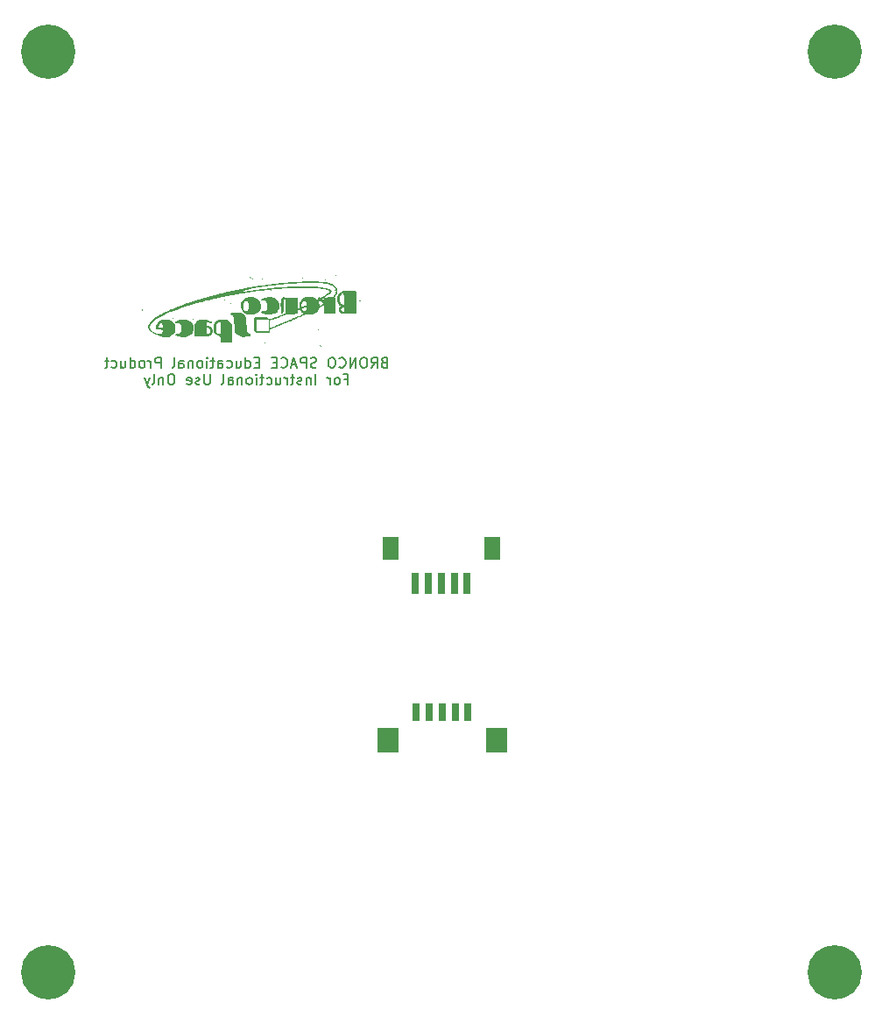
<source format=gbr>
%TF.GenerationSoftware,KiCad,Pcbnew,9.0.0*%
%TF.CreationDate,2025-04-09T20:41:04-07:00*%
%TF.ProjectId,xy_faces_v2,78795f66-6163-4657-935f-76322e6b6963,3.0*%
%TF.SameCoordinates,Original*%
%TF.FileFunction,Soldermask,Bot*%
%TF.FilePolarity,Negative*%
%FSLAX46Y46*%
G04 Gerber Fmt 4.6, Leading zero omitted, Abs format (unit mm)*
G04 Created by KiCad (PCBNEW 9.0.0) date 2025-04-09 20:41:04*
%MOMM*%
%LPD*%
G01*
G04 APERTURE LIST*
%ADD10C,0.150000*%
%ADD11C,0.000000*%
%ADD12R,0.730000X1.800000*%
%ADD13R,0.700000X1.800000*%
%ADD14R,2.000000X2.400000*%
%ADD15R,0.700000X2.000000*%
%ADD16R,1.600000X2.200000*%
%ADD17C,5.250000*%
G04 APERTURE END LIST*
D10*
X138961906Y-100326037D02*
X138819049Y-100373656D01*
X138819049Y-100373656D02*
X138771430Y-100421275D01*
X138771430Y-100421275D02*
X138723811Y-100516513D01*
X138723811Y-100516513D02*
X138723811Y-100659370D01*
X138723811Y-100659370D02*
X138771430Y-100754608D01*
X138771430Y-100754608D02*
X138819049Y-100802228D01*
X138819049Y-100802228D02*
X138914287Y-100849847D01*
X138914287Y-100849847D02*
X139295239Y-100849847D01*
X139295239Y-100849847D02*
X139295239Y-99849847D01*
X139295239Y-99849847D02*
X138961906Y-99849847D01*
X138961906Y-99849847D02*
X138866668Y-99897466D01*
X138866668Y-99897466D02*
X138819049Y-99945085D01*
X138819049Y-99945085D02*
X138771430Y-100040323D01*
X138771430Y-100040323D02*
X138771430Y-100135561D01*
X138771430Y-100135561D02*
X138819049Y-100230799D01*
X138819049Y-100230799D02*
X138866668Y-100278418D01*
X138866668Y-100278418D02*
X138961906Y-100326037D01*
X138961906Y-100326037D02*
X139295239Y-100326037D01*
X137723811Y-100849847D02*
X138057144Y-100373656D01*
X138295239Y-100849847D02*
X138295239Y-99849847D01*
X138295239Y-99849847D02*
X137914287Y-99849847D01*
X137914287Y-99849847D02*
X137819049Y-99897466D01*
X137819049Y-99897466D02*
X137771430Y-99945085D01*
X137771430Y-99945085D02*
X137723811Y-100040323D01*
X137723811Y-100040323D02*
X137723811Y-100183180D01*
X137723811Y-100183180D02*
X137771430Y-100278418D01*
X137771430Y-100278418D02*
X137819049Y-100326037D01*
X137819049Y-100326037D02*
X137914287Y-100373656D01*
X137914287Y-100373656D02*
X138295239Y-100373656D01*
X137104763Y-99849847D02*
X136914287Y-99849847D01*
X136914287Y-99849847D02*
X136819049Y-99897466D01*
X136819049Y-99897466D02*
X136723811Y-99992704D01*
X136723811Y-99992704D02*
X136676192Y-100183180D01*
X136676192Y-100183180D02*
X136676192Y-100516513D01*
X136676192Y-100516513D02*
X136723811Y-100706989D01*
X136723811Y-100706989D02*
X136819049Y-100802228D01*
X136819049Y-100802228D02*
X136914287Y-100849847D01*
X136914287Y-100849847D02*
X137104763Y-100849847D01*
X137104763Y-100849847D02*
X137200001Y-100802228D01*
X137200001Y-100802228D02*
X137295239Y-100706989D01*
X137295239Y-100706989D02*
X137342858Y-100516513D01*
X137342858Y-100516513D02*
X137342858Y-100183180D01*
X137342858Y-100183180D02*
X137295239Y-99992704D01*
X137295239Y-99992704D02*
X137200001Y-99897466D01*
X137200001Y-99897466D02*
X137104763Y-99849847D01*
X136247620Y-100849847D02*
X136247620Y-99849847D01*
X136247620Y-99849847D02*
X135676192Y-100849847D01*
X135676192Y-100849847D02*
X135676192Y-99849847D01*
X134628573Y-100754608D02*
X134676192Y-100802228D01*
X134676192Y-100802228D02*
X134819049Y-100849847D01*
X134819049Y-100849847D02*
X134914287Y-100849847D01*
X134914287Y-100849847D02*
X135057144Y-100802228D01*
X135057144Y-100802228D02*
X135152382Y-100706989D01*
X135152382Y-100706989D02*
X135200001Y-100611751D01*
X135200001Y-100611751D02*
X135247620Y-100421275D01*
X135247620Y-100421275D02*
X135247620Y-100278418D01*
X135247620Y-100278418D02*
X135200001Y-100087942D01*
X135200001Y-100087942D02*
X135152382Y-99992704D01*
X135152382Y-99992704D02*
X135057144Y-99897466D01*
X135057144Y-99897466D02*
X134914287Y-99849847D01*
X134914287Y-99849847D02*
X134819049Y-99849847D01*
X134819049Y-99849847D02*
X134676192Y-99897466D01*
X134676192Y-99897466D02*
X134628573Y-99945085D01*
X134009525Y-99849847D02*
X133819049Y-99849847D01*
X133819049Y-99849847D02*
X133723811Y-99897466D01*
X133723811Y-99897466D02*
X133628573Y-99992704D01*
X133628573Y-99992704D02*
X133580954Y-100183180D01*
X133580954Y-100183180D02*
X133580954Y-100516513D01*
X133580954Y-100516513D02*
X133628573Y-100706989D01*
X133628573Y-100706989D02*
X133723811Y-100802228D01*
X133723811Y-100802228D02*
X133819049Y-100849847D01*
X133819049Y-100849847D02*
X134009525Y-100849847D01*
X134009525Y-100849847D02*
X134104763Y-100802228D01*
X134104763Y-100802228D02*
X134200001Y-100706989D01*
X134200001Y-100706989D02*
X134247620Y-100516513D01*
X134247620Y-100516513D02*
X134247620Y-100183180D01*
X134247620Y-100183180D02*
X134200001Y-99992704D01*
X134200001Y-99992704D02*
X134104763Y-99897466D01*
X134104763Y-99897466D02*
X134009525Y-99849847D01*
X132438096Y-100802228D02*
X132295239Y-100849847D01*
X132295239Y-100849847D02*
X132057144Y-100849847D01*
X132057144Y-100849847D02*
X131961906Y-100802228D01*
X131961906Y-100802228D02*
X131914287Y-100754608D01*
X131914287Y-100754608D02*
X131866668Y-100659370D01*
X131866668Y-100659370D02*
X131866668Y-100564132D01*
X131866668Y-100564132D02*
X131914287Y-100468894D01*
X131914287Y-100468894D02*
X131961906Y-100421275D01*
X131961906Y-100421275D02*
X132057144Y-100373656D01*
X132057144Y-100373656D02*
X132247620Y-100326037D01*
X132247620Y-100326037D02*
X132342858Y-100278418D01*
X132342858Y-100278418D02*
X132390477Y-100230799D01*
X132390477Y-100230799D02*
X132438096Y-100135561D01*
X132438096Y-100135561D02*
X132438096Y-100040323D01*
X132438096Y-100040323D02*
X132390477Y-99945085D01*
X132390477Y-99945085D02*
X132342858Y-99897466D01*
X132342858Y-99897466D02*
X132247620Y-99849847D01*
X132247620Y-99849847D02*
X132009525Y-99849847D01*
X132009525Y-99849847D02*
X131866668Y-99897466D01*
X131438096Y-100849847D02*
X131438096Y-99849847D01*
X131438096Y-99849847D02*
X131057144Y-99849847D01*
X131057144Y-99849847D02*
X130961906Y-99897466D01*
X130961906Y-99897466D02*
X130914287Y-99945085D01*
X130914287Y-99945085D02*
X130866668Y-100040323D01*
X130866668Y-100040323D02*
X130866668Y-100183180D01*
X130866668Y-100183180D02*
X130914287Y-100278418D01*
X130914287Y-100278418D02*
X130961906Y-100326037D01*
X130961906Y-100326037D02*
X131057144Y-100373656D01*
X131057144Y-100373656D02*
X131438096Y-100373656D01*
X130485715Y-100564132D02*
X130009525Y-100564132D01*
X130580953Y-100849847D02*
X130247620Y-99849847D01*
X130247620Y-99849847D02*
X129914287Y-100849847D01*
X129009525Y-100754608D02*
X129057144Y-100802228D01*
X129057144Y-100802228D02*
X129200001Y-100849847D01*
X129200001Y-100849847D02*
X129295239Y-100849847D01*
X129295239Y-100849847D02*
X129438096Y-100802228D01*
X129438096Y-100802228D02*
X129533334Y-100706989D01*
X129533334Y-100706989D02*
X129580953Y-100611751D01*
X129580953Y-100611751D02*
X129628572Y-100421275D01*
X129628572Y-100421275D02*
X129628572Y-100278418D01*
X129628572Y-100278418D02*
X129580953Y-100087942D01*
X129580953Y-100087942D02*
X129533334Y-99992704D01*
X129533334Y-99992704D02*
X129438096Y-99897466D01*
X129438096Y-99897466D02*
X129295239Y-99849847D01*
X129295239Y-99849847D02*
X129200001Y-99849847D01*
X129200001Y-99849847D02*
X129057144Y-99897466D01*
X129057144Y-99897466D02*
X129009525Y-99945085D01*
X128580953Y-100326037D02*
X128247620Y-100326037D01*
X128104763Y-100849847D02*
X128580953Y-100849847D01*
X128580953Y-100849847D02*
X128580953Y-99849847D01*
X128580953Y-99849847D02*
X128104763Y-99849847D01*
X126914286Y-100326037D02*
X126580953Y-100326037D01*
X126438096Y-100849847D02*
X126914286Y-100849847D01*
X126914286Y-100849847D02*
X126914286Y-99849847D01*
X126914286Y-99849847D02*
X126438096Y-99849847D01*
X125580953Y-100849847D02*
X125580953Y-99849847D01*
X125580953Y-100802228D02*
X125676191Y-100849847D01*
X125676191Y-100849847D02*
X125866667Y-100849847D01*
X125866667Y-100849847D02*
X125961905Y-100802228D01*
X125961905Y-100802228D02*
X126009524Y-100754608D01*
X126009524Y-100754608D02*
X126057143Y-100659370D01*
X126057143Y-100659370D02*
X126057143Y-100373656D01*
X126057143Y-100373656D02*
X126009524Y-100278418D01*
X126009524Y-100278418D02*
X125961905Y-100230799D01*
X125961905Y-100230799D02*
X125866667Y-100183180D01*
X125866667Y-100183180D02*
X125676191Y-100183180D01*
X125676191Y-100183180D02*
X125580953Y-100230799D01*
X124676191Y-100183180D02*
X124676191Y-100849847D01*
X125104762Y-100183180D02*
X125104762Y-100706989D01*
X125104762Y-100706989D02*
X125057143Y-100802228D01*
X125057143Y-100802228D02*
X124961905Y-100849847D01*
X124961905Y-100849847D02*
X124819048Y-100849847D01*
X124819048Y-100849847D02*
X124723810Y-100802228D01*
X124723810Y-100802228D02*
X124676191Y-100754608D01*
X123771429Y-100802228D02*
X123866667Y-100849847D01*
X123866667Y-100849847D02*
X124057143Y-100849847D01*
X124057143Y-100849847D02*
X124152381Y-100802228D01*
X124152381Y-100802228D02*
X124200000Y-100754608D01*
X124200000Y-100754608D02*
X124247619Y-100659370D01*
X124247619Y-100659370D02*
X124247619Y-100373656D01*
X124247619Y-100373656D02*
X124200000Y-100278418D01*
X124200000Y-100278418D02*
X124152381Y-100230799D01*
X124152381Y-100230799D02*
X124057143Y-100183180D01*
X124057143Y-100183180D02*
X123866667Y-100183180D01*
X123866667Y-100183180D02*
X123771429Y-100230799D01*
X122914286Y-100849847D02*
X122914286Y-100326037D01*
X122914286Y-100326037D02*
X122961905Y-100230799D01*
X122961905Y-100230799D02*
X123057143Y-100183180D01*
X123057143Y-100183180D02*
X123247619Y-100183180D01*
X123247619Y-100183180D02*
X123342857Y-100230799D01*
X122914286Y-100802228D02*
X123009524Y-100849847D01*
X123009524Y-100849847D02*
X123247619Y-100849847D01*
X123247619Y-100849847D02*
X123342857Y-100802228D01*
X123342857Y-100802228D02*
X123390476Y-100706989D01*
X123390476Y-100706989D02*
X123390476Y-100611751D01*
X123390476Y-100611751D02*
X123342857Y-100516513D01*
X123342857Y-100516513D02*
X123247619Y-100468894D01*
X123247619Y-100468894D02*
X123009524Y-100468894D01*
X123009524Y-100468894D02*
X122914286Y-100421275D01*
X122580952Y-100183180D02*
X122200000Y-100183180D01*
X122438095Y-99849847D02*
X122438095Y-100706989D01*
X122438095Y-100706989D02*
X122390476Y-100802228D01*
X122390476Y-100802228D02*
X122295238Y-100849847D01*
X122295238Y-100849847D02*
X122200000Y-100849847D01*
X121866666Y-100849847D02*
X121866666Y-100183180D01*
X121866666Y-99849847D02*
X121914285Y-99897466D01*
X121914285Y-99897466D02*
X121866666Y-99945085D01*
X121866666Y-99945085D02*
X121819047Y-99897466D01*
X121819047Y-99897466D02*
X121866666Y-99849847D01*
X121866666Y-99849847D02*
X121866666Y-99945085D01*
X121247619Y-100849847D02*
X121342857Y-100802228D01*
X121342857Y-100802228D02*
X121390476Y-100754608D01*
X121390476Y-100754608D02*
X121438095Y-100659370D01*
X121438095Y-100659370D02*
X121438095Y-100373656D01*
X121438095Y-100373656D02*
X121390476Y-100278418D01*
X121390476Y-100278418D02*
X121342857Y-100230799D01*
X121342857Y-100230799D02*
X121247619Y-100183180D01*
X121247619Y-100183180D02*
X121104762Y-100183180D01*
X121104762Y-100183180D02*
X121009524Y-100230799D01*
X121009524Y-100230799D02*
X120961905Y-100278418D01*
X120961905Y-100278418D02*
X120914286Y-100373656D01*
X120914286Y-100373656D02*
X120914286Y-100659370D01*
X120914286Y-100659370D02*
X120961905Y-100754608D01*
X120961905Y-100754608D02*
X121009524Y-100802228D01*
X121009524Y-100802228D02*
X121104762Y-100849847D01*
X121104762Y-100849847D02*
X121247619Y-100849847D01*
X120485714Y-100183180D02*
X120485714Y-100849847D01*
X120485714Y-100278418D02*
X120438095Y-100230799D01*
X120438095Y-100230799D02*
X120342857Y-100183180D01*
X120342857Y-100183180D02*
X120200000Y-100183180D01*
X120200000Y-100183180D02*
X120104762Y-100230799D01*
X120104762Y-100230799D02*
X120057143Y-100326037D01*
X120057143Y-100326037D02*
X120057143Y-100849847D01*
X119152381Y-100849847D02*
X119152381Y-100326037D01*
X119152381Y-100326037D02*
X119200000Y-100230799D01*
X119200000Y-100230799D02*
X119295238Y-100183180D01*
X119295238Y-100183180D02*
X119485714Y-100183180D01*
X119485714Y-100183180D02*
X119580952Y-100230799D01*
X119152381Y-100802228D02*
X119247619Y-100849847D01*
X119247619Y-100849847D02*
X119485714Y-100849847D01*
X119485714Y-100849847D02*
X119580952Y-100802228D01*
X119580952Y-100802228D02*
X119628571Y-100706989D01*
X119628571Y-100706989D02*
X119628571Y-100611751D01*
X119628571Y-100611751D02*
X119580952Y-100516513D01*
X119580952Y-100516513D02*
X119485714Y-100468894D01*
X119485714Y-100468894D02*
X119247619Y-100468894D01*
X119247619Y-100468894D02*
X119152381Y-100421275D01*
X118533333Y-100849847D02*
X118628571Y-100802228D01*
X118628571Y-100802228D02*
X118676190Y-100706989D01*
X118676190Y-100706989D02*
X118676190Y-99849847D01*
X117390475Y-100849847D02*
X117390475Y-99849847D01*
X117390475Y-99849847D02*
X117009523Y-99849847D01*
X117009523Y-99849847D02*
X116914285Y-99897466D01*
X116914285Y-99897466D02*
X116866666Y-99945085D01*
X116866666Y-99945085D02*
X116819047Y-100040323D01*
X116819047Y-100040323D02*
X116819047Y-100183180D01*
X116819047Y-100183180D02*
X116866666Y-100278418D01*
X116866666Y-100278418D02*
X116914285Y-100326037D01*
X116914285Y-100326037D02*
X117009523Y-100373656D01*
X117009523Y-100373656D02*
X117390475Y-100373656D01*
X116390475Y-100849847D02*
X116390475Y-100183180D01*
X116390475Y-100373656D02*
X116342856Y-100278418D01*
X116342856Y-100278418D02*
X116295237Y-100230799D01*
X116295237Y-100230799D02*
X116199999Y-100183180D01*
X116199999Y-100183180D02*
X116104761Y-100183180D01*
X115628570Y-100849847D02*
X115723808Y-100802228D01*
X115723808Y-100802228D02*
X115771427Y-100754608D01*
X115771427Y-100754608D02*
X115819046Y-100659370D01*
X115819046Y-100659370D02*
X115819046Y-100373656D01*
X115819046Y-100373656D02*
X115771427Y-100278418D01*
X115771427Y-100278418D02*
X115723808Y-100230799D01*
X115723808Y-100230799D02*
X115628570Y-100183180D01*
X115628570Y-100183180D02*
X115485713Y-100183180D01*
X115485713Y-100183180D02*
X115390475Y-100230799D01*
X115390475Y-100230799D02*
X115342856Y-100278418D01*
X115342856Y-100278418D02*
X115295237Y-100373656D01*
X115295237Y-100373656D02*
X115295237Y-100659370D01*
X115295237Y-100659370D02*
X115342856Y-100754608D01*
X115342856Y-100754608D02*
X115390475Y-100802228D01*
X115390475Y-100802228D02*
X115485713Y-100849847D01*
X115485713Y-100849847D02*
X115628570Y-100849847D01*
X114438094Y-100849847D02*
X114438094Y-99849847D01*
X114438094Y-100802228D02*
X114533332Y-100849847D01*
X114533332Y-100849847D02*
X114723808Y-100849847D01*
X114723808Y-100849847D02*
X114819046Y-100802228D01*
X114819046Y-100802228D02*
X114866665Y-100754608D01*
X114866665Y-100754608D02*
X114914284Y-100659370D01*
X114914284Y-100659370D02*
X114914284Y-100373656D01*
X114914284Y-100373656D02*
X114866665Y-100278418D01*
X114866665Y-100278418D02*
X114819046Y-100230799D01*
X114819046Y-100230799D02*
X114723808Y-100183180D01*
X114723808Y-100183180D02*
X114533332Y-100183180D01*
X114533332Y-100183180D02*
X114438094Y-100230799D01*
X113533332Y-100183180D02*
X113533332Y-100849847D01*
X113961903Y-100183180D02*
X113961903Y-100706989D01*
X113961903Y-100706989D02*
X113914284Y-100802228D01*
X113914284Y-100802228D02*
X113819046Y-100849847D01*
X113819046Y-100849847D02*
X113676189Y-100849847D01*
X113676189Y-100849847D02*
X113580951Y-100802228D01*
X113580951Y-100802228D02*
X113533332Y-100754608D01*
X112628570Y-100802228D02*
X112723808Y-100849847D01*
X112723808Y-100849847D02*
X112914284Y-100849847D01*
X112914284Y-100849847D02*
X113009522Y-100802228D01*
X113009522Y-100802228D02*
X113057141Y-100754608D01*
X113057141Y-100754608D02*
X113104760Y-100659370D01*
X113104760Y-100659370D02*
X113104760Y-100373656D01*
X113104760Y-100373656D02*
X113057141Y-100278418D01*
X113057141Y-100278418D02*
X113009522Y-100230799D01*
X113009522Y-100230799D02*
X112914284Y-100183180D01*
X112914284Y-100183180D02*
X112723808Y-100183180D01*
X112723808Y-100183180D02*
X112628570Y-100230799D01*
X112342855Y-100183180D02*
X111961903Y-100183180D01*
X112199998Y-99849847D02*
X112199998Y-100706989D01*
X112199998Y-100706989D02*
X112152379Y-100802228D01*
X112152379Y-100802228D02*
X112057141Y-100849847D01*
X112057141Y-100849847D02*
X111961903Y-100849847D01*
X135152382Y-101935981D02*
X135485715Y-101935981D01*
X135485715Y-102459791D02*
X135485715Y-101459791D01*
X135485715Y-101459791D02*
X135009525Y-101459791D01*
X134485715Y-102459791D02*
X134580953Y-102412172D01*
X134580953Y-102412172D02*
X134628572Y-102364552D01*
X134628572Y-102364552D02*
X134676191Y-102269314D01*
X134676191Y-102269314D02*
X134676191Y-101983600D01*
X134676191Y-101983600D02*
X134628572Y-101888362D01*
X134628572Y-101888362D02*
X134580953Y-101840743D01*
X134580953Y-101840743D02*
X134485715Y-101793124D01*
X134485715Y-101793124D02*
X134342858Y-101793124D01*
X134342858Y-101793124D02*
X134247620Y-101840743D01*
X134247620Y-101840743D02*
X134200001Y-101888362D01*
X134200001Y-101888362D02*
X134152382Y-101983600D01*
X134152382Y-101983600D02*
X134152382Y-102269314D01*
X134152382Y-102269314D02*
X134200001Y-102364552D01*
X134200001Y-102364552D02*
X134247620Y-102412172D01*
X134247620Y-102412172D02*
X134342858Y-102459791D01*
X134342858Y-102459791D02*
X134485715Y-102459791D01*
X133723810Y-102459791D02*
X133723810Y-101793124D01*
X133723810Y-101983600D02*
X133676191Y-101888362D01*
X133676191Y-101888362D02*
X133628572Y-101840743D01*
X133628572Y-101840743D02*
X133533334Y-101793124D01*
X133533334Y-101793124D02*
X133438096Y-101793124D01*
X132342857Y-102459791D02*
X132342857Y-101459791D01*
X131866667Y-101793124D02*
X131866667Y-102459791D01*
X131866667Y-101888362D02*
X131819048Y-101840743D01*
X131819048Y-101840743D02*
X131723810Y-101793124D01*
X131723810Y-101793124D02*
X131580953Y-101793124D01*
X131580953Y-101793124D02*
X131485715Y-101840743D01*
X131485715Y-101840743D02*
X131438096Y-101935981D01*
X131438096Y-101935981D02*
X131438096Y-102459791D01*
X131009524Y-102412172D02*
X130914286Y-102459791D01*
X130914286Y-102459791D02*
X130723810Y-102459791D01*
X130723810Y-102459791D02*
X130628572Y-102412172D01*
X130628572Y-102412172D02*
X130580953Y-102316933D01*
X130580953Y-102316933D02*
X130580953Y-102269314D01*
X130580953Y-102269314D02*
X130628572Y-102174076D01*
X130628572Y-102174076D02*
X130723810Y-102126457D01*
X130723810Y-102126457D02*
X130866667Y-102126457D01*
X130866667Y-102126457D02*
X130961905Y-102078838D01*
X130961905Y-102078838D02*
X131009524Y-101983600D01*
X131009524Y-101983600D02*
X131009524Y-101935981D01*
X131009524Y-101935981D02*
X130961905Y-101840743D01*
X130961905Y-101840743D02*
X130866667Y-101793124D01*
X130866667Y-101793124D02*
X130723810Y-101793124D01*
X130723810Y-101793124D02*
X130628572Y-101840743D01*
X130295238Y-101793124D02*
X129914286Y-101793124D01*
X130152381Y-101459791D02*
X130152381Y-102316933D01*
X130152381Y-102316933D02*
X130104762Y-102412172D01*
X130104762Y-102412172D02*
X130009524Y-102459791D01*
X130009524Y-102459791D02*
X129914286Y-102459791D01*
X129580952Y-102459791D02*
X129580952Y-101793124D01*
X129580952Y-101983600D02*
X129533333Y-101888362D01*
X129533333Y-101888362D02*
X129485714Y-101840743D01*
X129485714Y-101840743D02*
X129390476Y-101793124D01*
X129390476Y-101793124D02*
X129295238Y-101793124D01*
X128533333Y-101793124D02*
X128533333Y-102459791D01*
X128961904Y-101793124D02*
X128961904Y-102316933D01*
X128961904Y-102316933D02*
X128914285Y-102412172D01*
X128914285Y-102412172D02*
X128819047Y-102459791D01*
X128819047Y-102459791D02*
X128676190Y-102459791D01*
X128676190Y-102459791D02*
X128580952Y-102412172D01*
X128580952Y-102412172D02*
X128533333Y-102364552D01*
X127628571Y-102412172D02*
X127723809Y-102459791D01*
X127723809Y-102459791D02*
X127914285Y-102459791D01*
X127914285Y-102459791D02*
X128009523Y-102412172D01*
X128009523Y-102412172D02*
X128057142Y-102364552D01*
X128057142Y-102364552D02*
X128104761Y-102269314D01*
X128104761Y-102269314D02*
X128104761Y-101983600D01*
X128104761Y-101983600D02*
X128057142Y-101888362D01*
X128057142Y-101888362D02*
X128009523Y-101840743D01*
X128009523Y-101840743D02*
X127914285Y-101793124D01*
X127914285Y-101793124D02*
X127723809Y-101793124D01*
X127723809Y-101793124D02*
X127628571Y-101840743D01*
X127342856Y-101793124D02*
X126961904Y-101793124D01*
X127199999Y-101459791D02*
X127199999Y-102316933D01*
X127199999Y-102316933D02*
X127152380Y-102412172D01*
X127152380Y-102412172D02*
X127057142Y-102459791D01*
X127057142Y-102459791D02*
X126961904Y-102459791D01*
X126628570Y-102459791D02*
X126628570Y-101793124D01*
X126628570Y-101459791D02*
X126676189Y-101507410D01*
X126676189Y-101507410D02*
X126628570Y-101555029D01*
X126628570Y-101555029D02*
X126580951Y-101507410D01*
X126580951Y-101507410D02*
X126628570Y-101459791D01*
X126628570Y-101459791D02*
X126628570Y-101555029D01*
X126009523Y-102459791D02*
X126104761Y-102412172D01*
X126104761Y-102412172D02*
X126152380Y-102364552D01*
X126152380Y-102364552D02*
X126199999Y-102269314D01*
X126199999Y-102269314D02*
X126199999Y-101983600D01*
X126199999Y-101983600D02*
X126152380Y-101888362D01*
X126152380Y-101888362D02*
X126104761Y-101840743D01*
X126104761Y-101840743D02*
X126009523Y-101793124D01*
X126009523Y-101793124D02*
X125866666Y-101793124D01*
X125866666Y-101793124D02*
X125771428Y-101840743D01*
X125771428Y-101840743D02*
X125723809Y-101888362D01*
X125723809Y-101888362D02*
X125676190Y-101983600D01*
X125676190Y-101983600D02*
X125676190Y-102269314D01*
X125676190Y-102269314D02*
X125723809Y-102364552D01*
X125723809Y-102364552D02*
X125771428Y-102412172D01*
X125771428Y-102412172D02*
X125866666Y-102459791D01*
X125866666Y-102459791D02*
X126009523Y-102459791D01*
X125247618Y-101793124D02*
X125247618Y-102459791D01*
X125247618Y-101888362D02*
X125199999Y-101840743D01*
X125199999Y-101840743D02*
X125104761Y-101793124D01*
X125104761Y-101793124D02*
X124961904Y-101793124D01*
X124961904Y-101793124D02*
X124866666Y-101840743D01*
X124866666Y-101840743D02*
X124819047Y-101935981D01*
X124819047Y-101935981D02*
X124819047Y-102459791D01*
X123914285Y-102459791D02*
X123914285Y-101935981D01*
X123914285Y-101935981D02*
X123961904Y-101840743D01*
X123961904Y-101840743D02*
X124057142Y-101793124D01*
X124057142Y-101793124D02*
X124247618Y-101793124D01*
X124247618Y-101793124D02*
X124342856Y-101840743D01*
X123914285Y-102412172D02*
X124009523Y-102459791D01*
X124009523Y-102459791D02*
X124247618Y-102459791D01*
X124247618Y-102459791D02*
X124342856Y-102412172D01*
X124342856Y-102412172D02*
X124390475Y-102316933D01*
X124390475Y-102316933D02*
X124390475Y-102221695D01*
X124390475Y-102221695D02*
X124342856Y-102126457D01*
X124342856Y-102126457D02*
X124247618Y-102078838D01*
X124247618Y-102078838D02*
X124009523Y-102078838D01*
X124009523Y-102078838D02*
X123914285Y-102031219D01*
X123295237Y-102459791D02*
X123390475Y-102412172D01*
X123390475Y-102412172D02*
X123438094Y-102316933D01*
X123438094Y-102316933D02*
X123438094Y-101459791D01*
X122152379Y-101459791D02*
X122152379Y-102269314D01*
X122152379Y-102269314D02*
X122104760Y-102364552D01*
X122104760Y-102364552D02*
X122057141Y-102412172D01*
X122057141Y-102412172D02*
X121961903Y-102459791D01*
X121961903Y-102459791D02*
X121771427Y-102459791D01*
X121771427Y-102459791D02*
X121676189Y-102412172D01*
X121676189Y-102412172D02*
X121628570Y-102364552D01*
X121628570Y-102364552D02*
X121580951Y-102269314D01*
X121580951Y-102269314D02*
X121580951Y-101459791D01*
X121152379Y-102412172D02*
X121057141Y-102459791D01*
X121057141Y-102459791D02*
X120866665Y-102459791D01*
X120866665Y-102459791D02*
X120771427Y-102412172D01*
X120771427Y-102412172D02*
X120723808Y-102316933D01*
X120723808Y-102316933D02*
X120723808Y-102269314D01*
X120723808Y-102269314D02*
X120771427Y-102174076D01*
X120771427Y-102174076D02*
X120866665Y-102126457D01*
X120866665Y-102126457D02*
X121009522Y-102126457D01*
X121009522Y-102126457D02*
X121104760Y-102078838D01*
X121104760Y-102078838D02*
X121152379Y-101983600D01*
X121152379Y-101983600D02*
X121152379Y-101935981D01*
X121152379Y-101935981D02*
X121104760Y-101840743D01*
X121104760Y-101840743D02*
X121009522Y-101793124D01*
X121009522Y-101793124D02*
X120866665Y-101793124D01*
X120866665Y-101793124D02*
X120771427Y-101840743D01*
X119914284Y-102412172D02*
X120009522Y-102459791D01*
X120009522Y-102459791D02*
X120199998Y-102459791D01*
X120199998Y-102459791D02*
X120295236Y-102412172D01*
X120295236Y-102412172D02*
X120342855Y-102316933D01*
X120342855Y-102316933D02*
X120342855Y-101935981D01*
X120342855Y-101935981D02*
X120295236Y-101840743D01*
X120295236Y-101840743D02*
X120199998Y-101793124D01*
X120199998Y-101793124D02*
X120009522Y-101793124D01*
X120009522Y-101793124D02*
X119914284Y-101840743D01*
X119914284Y-101840743D02*
X119866665Y-101935981D01*
X119866665Y-101935981D02*
X119866665Y-102031219D01*
X119866665Y-102031219D02*
X120342855Y-102126457D01*
X118485712Y-101459791D02*
X118295236Y-101459791D01*
X118295236Y-101459791D02*
X118199998Y-101507410D01*
X118199998Y-101507410D02*
X118104760Y-101602648D01*
X118104760Y-101602648D02*
X118057141Y-101793124D01*
X118057141Y-101793124D02*
X118057141Y-102126457D01*
X118057141Y-102126457D02*
X118104760Y-102316933D01*
X118104760Y-102316933D02*
X118199998Y-102412172D01*
X118199998Y-102412172D02*
X118295236Y-102459791D01*
X118295236Y-102459791D02*
X118485712Y-102459791D01*
X118485712Y-102459791D02*
X118580950Y-102412172D01*
X118580950Y-102412172D02*
X118676188Y-102316933D01*
X118676188Y-102316933D02*
X118723807Y-102126457D01*
X118723807Y-102126457D02*
X118723807Y-101793124D01*
X118723807Y-101793124D02*
X118676188Y-101602648D01*
X118676188Y-101602648D02*
X118580950Y-101507410D01*
X118580950Y-101507410D02*
X118485712Y-101459791D01*
X117628569Y-101793124D02*
X117628569Y-102459791D01*
X117628569Y-101888362D02*
X117580950Y-101840743D01*
X117580950Y-101840743D02*
X117485712Y-101793124D01*
X117485712Y-101793124D02*
X117342855Y-101793124D01*
X117342855Y-101793124D02*
X117247617Y-101840743D01*
X117247617Y-101840743D02*
X117199998Y-101935981D01*
X117199998Y-101935981D02*
X117199998Y-102459791D01*
X116580950Y-102459791D02*
X116676188Y-102412172D01*
X116676188Y-102412172D02*
X116723807Y-102316933D01*
X116723807Y-102316933D02*
X116723807Y-101459791D01*
X116295235Y-101793124D02*
X116057140Y-102459791D01*
X115819045Y-101793124D02*
X116057140Y-102459791D01*
X116057140Y-102459791D02*
X116152378Y-102697886D01*
X116152378Y-102697886D02*
X116199997Y-102745505D01*
X116199997Y-102745505D02*
X116295235Y-102793124D01*
D11*
%TO.C,G\u002A\u002A\u002A*%
G36*
X115204737Y-94363947D02*
G01*
X115193596Y-94375088D01*
X115182456Y-94363947D01*
X115193596Y-94352807D01*
X115204737Y-94363947D01*
G37*
G36*
X122579649Y-93272193D02*
G01*
X122568509Y-93283333D01*
X122557368Y-93272193D01*
X122568509Y-93261053D01*
X122579649Y-93272193D01*
G37*
G36*
X123894210Y-94497632D02*
G01*
X123883070Y-94508772D01*
X123871930Y-94497632D01*
X123883070Y-94486491D01*
X123894210Y-94497632D01*
G37*
G36*
X124072456Y-92447807D02*
G01*
X124061316Y-92458947D01*
X124050175Y-92447807D01*
X124061316Y-92436667D01*
X124072456Y-92447807D01*
G37*
G36*
X126322807Y-96012719D02*
G01*
X126311666Y-96023860D01*
X126300526Y-96012719D01*
X126311666Y-96001579D01*
X126322807Y-96012719D01*
G37*
G36*
X127214035Y-98708684D02*
G01*
X127202895Y-98719825D01*
X127191754Y-98708684D01*
X127202895Y-98697544D01*
X127214035Y-98708684D01*
G37*
G36*
X127525965Y-98641842D02*
G01*
X127514824Y-98652982D01*
X127503684Y-98641842D01*
X127514824Y-98630702D01*
X127525965Y-98641842D01*
G37*
G36*
X127726491Y-97817456D02*
G01*
X127715351Y-97828596D01*
X127704210Y-97817456D01*
X127715351Y-97806316D01*
X127726491Y-97817456D01*
G37*
G36*
X127771052Y-98686403D02*
G01*
X127759912Y-98697544D01*
X127748772Y-98686403D01*
X127759912Y-98675263D01*
X127771052Y-98686403D01*
G37*
G36*
X130288772Y-98641842D02*
G01*
X130277631Y-98652982D01*
X130266491Y-98641842D01*
X130277631Y-98630702D01*
X130288772Y-98641842D01*
G37*
G36*
X134254737Y-93428158D02*
G01*
X134243596Y-93439298D01*
X134232456Y-93428158D01*
X134243596Y-93417018D01*
X134254737Y-93428158D01*
G37*
G36*
X135324210Y-97928860D02*
G01*
X135313070Y-97940000D01*
X135301930Y-97928860D01*
X135313070Y-97917719D01*
X135324210Y-97928860D01*
G37*
G36*
X136594210Y-91935351D02*
G01*
X136583070Y-91946491D01*
X136571930Y-91935351D01*
X136583070Y-91924211D01*
X136594210Y-91935351D01*
G37*
G36*
X136616491Y-92069035D02*
G01*
X136605351Y-92080175D01*
X136594210Y-92069035D01*
X136605351Y-92057895D01*
X136616491Y-92069035D01*
G37*
G36*
X115175029Y-93402164D02*
G01*
X115178515Y-93408865D01*
X115160175Y-93417018D01*
X115148380Y-93415410D01*
X115145321Y-93402164D01*
X115148587Y-93399497D01*
X115175029Y-93402164D01*
G37*
G36*
X123062397Y-95117778D02*
G01*
X123065883Y-95124479D01*
X123047544Y-95132632D01*
X123035748Y-95131024D01*
X123032690Y-95117778D01*
X123035956Y-95115111D01*
X123062397Y-95117778D01*
G37*
G36*
X126237862Y-95964078D02*
G01*
X126248175Y-95972098D01*
X126224400Y-95977539D01*
X126201802Y-95975964D01*
X126195157Y-95965837D01*
X126203040Y-95961422D01*
X126237862Y-95964078D01*
G37*
G36*
X126835263Y-97137895D02*
G01*
X126833655Y-97149690D01*
X126820409Y-97152749D01*
X126817743Y-97149483D01*
X126820409Y-97123041D01*
X126827111Y-97119555D01*
X126835263Y-97137895D01*
G37*
G36*
X126916959Y-96320936D02*
G01*
X126920445Y-96327637D01*
X126902105Y-96335789D01*
X126890310Y-96334181D01*
X126887251Y-96320936D01*
X126890517Y-96318269D01*
X126916959Y-96320936D01*
G37*
G36*
X127251169Y-95674795D02*
G01*
X127254655Y-95681497D01*
X127236316Y-95689649D01*
X127224520Y-95688041D01*
X127221462Y-95674795D01*
X127224727Y-95672129D01*
X127251169Y-95674795D01*
G37*
G36*
X127842072Y-98860569D02*
G01*
X127852385Y-98868589D01*
X127828611Y-98874030D01*
X127806012Y-98872455D01*
X127799368Y-98862328D01*
X127807250Y-98857913D01*
X127842072Y-98860569D01*
G37*
G36*
X132223675Y-96558596D02*
G01*
X132220569Y-96589246D01*
X132212437Y-96586447D01*
X132209494Y-96576362D01*
X132212437Y-96530746D01*
X132220173Y-96526966D01*
X132223675Y-96558596D01*
G37*
G36*
X132294035Y-98764386D02*
G01*
X132292427Y-98776181D01*
X132279181Y-98779240D01*
X132276515Y-98775974D01*
X132279181Y-98749532D01*
X132285883Y-98746046D01*
X132294035Y-98764386D01*
G37*
G36*
X132761930Y-98452456D02*
G01*
X132760322Y-98464251D01*
X132747076Y-98467310D01*
X132744409Y-98464044D01*
X132747076Y-98437602D01*
X132753777Y-98434117D01*
X132761930Y-98452456D01*
G37*
G36*
X132932748Y-97858304D02*
G01*
X132936234Y-97865006D01*
X132917895Y-97873158D01*
X132906099Y-97871550D01*
X132903041Y-97858304D01*
X132906306Y-97855638D01*
X132932748Y-97858304D01*
G37*
G36*
X116176075Y-94639014D02*
G01*
X116169197Y-94648911D01*
X116150352Y-94664737D01*
X116147237Y-94664520D01*
X116142330Y-94651622D01*
X116166249Y-94629188D01*
X116178701Y-94623767D01*
X116176075Y-94639014D01*
G37*
G36*
X123608903Y-95404585D02*
G01*
X123626842Y-95435278D01*
X123623112Y-95452039D01*
X123600384Y-95461736D01*
X123571055Y-95439712D01*
X123567165Y-95412988D01*
X123591564Y-95400000D01*
X123608903Y-95404585D01*
G37*
G36*
X127347719Y-98529124D02*
G01*
X127347283Y-98540373D01*
X127336758Y-98562875D01*
X127315250Y-98543118D01*
X127312222Y-98535085D01*
X127325075Y-98508382D01*
X127336757Y-98506176D01*
X127347719Y-98529124D01*
G37*
G36*
X128342408Y-93628290D02*
G01*
X128360059Y-93655574D01*
X128361645Y-93659801D01*
X128366320Y-93682127D01*
X128347586Y-93668047D01*
X128334872Y-93651664D01*
X128332373Y-93628095D01*
X128342408Y-93628290D01*
G37*
G36*
X133621968Y-98525243D02*
G01*
X133626064Y-98534049D01*
X133617889Y-98566850D01*
X133603327Y-98583712D01*
X133591056Y-98566940D01*
X133588325Y-98546219D01*
X133599942Y-98521584D01*
X133621968Y-98525243D01*
G37*
G36*
X136629748Y-92186009D02*
G01*
X136597813Y-92221115D01*
X136579617Y-92236140D01*
X136573883Y-92235032D01*
X136579961Y-92217826D01*
X136622061Y-92178322D01*
X136672193Y-92135877D01*
X136629748Y-92186009D01*
G37*
G36*
X115665205Y-95585672D02*
G01*
X115668424Y-95591319D01*
X115662407Y-95621325D01*
X115647997Y-95636765D01*
X115619808Y-95643738D01*
X115605789Y-95624122D01*
X115612511Y-95605232D01*
X115639145Y-95583993D01*
X115665205Y-95585672D01*
G37*
G36*
X117504975Y-91969419D02*
G01*
X117521930Y-91991053D01*
X117521282Y-91996378D01*
X117499649Y-92013333D01*
X117494323Y-92012686D01*
X117477368Y-91991053D01*
X117478016Y-91985727D01*
X117499649Y-91968772D01*
X117504975Y-91969419D01*
G37*
G36*
X119644446Y-91927615D02*
G01*
X119649737Y-91946491D01*
X119645170Y-91953232D01*
X119627456Y-91968772D01*
X119624233Y-91967723D01*
X119605175Y-91946491D01*
X119603391Y-91934691D01*
X119627456Y-91924211D01*
X119644446Y-91927615D01*
G37*
G36*
X120224184Y-95155550D02*
G01*
X120240175Y-95177193D01*
X120235924Y-95187841D01*
X120205439Y-95199474D01*
X120189525Y-95196267D01*
X120184474Y-95177193D01*
X120189034Y-95171108D01*
X120219210Y-95154912D01*
X120224184Y-95155550D01*
G37*
G36*
X120538614Y-96116685D02*
G01*
X120564108Y-96138314D01*
X120558926Y-96165576D01*
X120537011Y-96178316D01*
X120501878Y-96174430D01*
X120485263Y-96146403D01*
X120488978Y-96130846D01*
X120517369Y-96112982D01*
X120538614Y-96116685D01*
G37*
G36*
X122040684Y-92823943D02*
G01*
X122059037Y-92844029D01*
X122057036Y-92857417D01*
X122016265Y-92860000D01*
X121971618Y-92852231D01*
X121956103Y-92830661D01*
X121980208Y-92802977D01*
X122003175Y-92801440D01*
X122040684Y-92823943D01*
G37*
G36*
X122503926Y-93284359D02*
G01*
X122523947Y-93305614D01*
X122527429Y-93314245D01*
X122514122Y-93327895D01*
X122507654Y-93327039D01*
X122490526Y-93305614D01*
X122490782Y-93300572D01*
X122500352Y-93283333D01*
X122503926Y-93284359D01*
G37*
G36*
X123408269Y-94177075D02*
G01*
X123426316Y-94196842D01*
X123422545Y-94207092D01*
X123392895Y-94219123D01*
X123377520Y-94216609D01*
X123359474Y-94196842D01*
X123363244Y-94186592D01*
X123392895Y-94174561D01*
X123408269Y-94177075D01*
G37*
G36*
X123576445Y-94292861D02*
G01*
X123593465Y-94310489D01*
X123601595Y-94327328D01*
X123577230Y-94330526D01*
X123545207Y-94322159D01*
X123520432Y-94296698D01*
X123524878Y-94269098D01*
X123542701Y-94269038D01*
X123576445Y-94292861D01*
G37*
G36*
X124173170Y-94628406D02*
G01*
X124190131Y-94639235D01*
X124195097Y-94664579D01*
X124192528Y-94668417D01*
X124159627Y-94686021D01*
X124127242Y-94663254D01*
X124120013Y-94645061D01*
X124132784Y-94624006D01*
X124173170Y-94628406D01*
G37*
G36*
X124967918Y-94845496D02*
G01*
X124985965Y-94865263D01*
X124982194Y-94875513D01*
X124952544Y-94887544D01*
X124937169Y-94885030D01*
X124919123Y-94865263D01*
X124922893Y-94855013D01*
X124952544Y-94842982D01*
X124967918Y-94845496D01*
G37*
G36*
X125135833Y-95281122D02*
G01*
X125162421Y-95333158D01*
X125177374Y-95365511D01*
X125177334Y-95373001D01*
X125154299Y-95345610D01*
X125132386Y-95313328D01*
X125119649Y-95280625D01*
X125122649Y-95266634D01*
X125135833Y-95281122D01*
G37*
G36*
X125373022Y-92998321D02*
G01*
X125395789Y-93028967D01*
X125399631Y-93048464D01*
X125382855Y-93055425D01*
X125380932Y-93054735D01*
X125354996Y-93033414D01*
X125345903Y-93006766D01*
X125360496Y-92993684D01*
X125373022Y-92998321D01*
G37*
G36*
X127490962Y-98430383D02*
G01*
X127503684Y-98466503D01*
X127503318Y-98477192D01*
X127494879Y-98487299D01*
X127467611Y-98464127D01*
X127447688Y-98438695D01*
X127443847Y-98415743D01*
X127463991Y-98410622D01*
X127490962Y-98430383D01*
G37*
G36*
X127477735Y-96425580D02*
G01*
X127459123Y-96458333D01*
X127440253Y-96476396D01*
X127419352Y-96481691D01*
X127418230Y-96468806D01*
X127436842Y-96436053D01*
X127455711Y-96417990D01*
X127476613Y-96412695D01*
X127477735Y-96425580D01*
G37*
G36*
X128053448Y-93361423D02*
G01*
X128077423Y-93389167D01*
X128074235Y-93406373D01*
X128040278Y-93417018D01*
X128012602Y-93410888D01*
X127993859Y-93381963D01*
X127996109Y-93370383D01*
X128019757Y-93354594D01*
X128053448Y-93361423D01*
G37*
G36*
X129113220Y-96938016D02*
G01*
X129130175Y-96959649D01*
X129129528Y-96964975D01*
X129107895Y-96981930D01*
X129102569Y-96981282D01*
X129085614Y-96959649D01*
X129086261Y-96954323D01*
X129107895Y-96937368D01*
X129113220Y-96938016D01*
G37*
G36*
X130729394Y-93280923D02*
G01*
X130752396Y-93303943D01*
X130750975Y-93316589D01*
X130723245Y-93327895D01*
X130704850Y-93324259D01*
X130694095Y-93303943D01*
X130697121Y-93297337D01*
X130723245Y-93279991D01*
X130729394Y-93280923D01*
G37*
G36*
X130988681Y-97001766D02*
G01*
X131001754Y-97040261D01*
X130998751Y-97055111D01*
X130979474Y-97059912D01*
X130970266Y-97051216D01*
X130957193Y-97012721D01*
X130960196Y-96997871D01*
X130979474Y-96993070D01*
X130988681Y-97001766D01*
G37*
G36*
X131363571Y-98787314D02*
G01*
X131380526Y-98808947D01*
X131379879Y-98814273D01*
X131358245Y-98831228D01*
X131352920Y-98830581D01*
X131335965Y-98808947D01*
X131336612Y-98803622D01*
X131358245Y-98786667D01*
X131363571Y-98787314D01*
G37*
G36*
X131452521Y-93217347D02*
G01*
X131469649Y-93238772D01*
X131469394Y-93243814D01*
X131459824Y-93261053D01*
X131456250Y-93260027D01*
X131436228Y-93238772D01*
X131432746Y-93230141D01*
X131446053Y-93216491D01*
X131452521Y-93217347D01*
G37*
G36*
X132662662Y-97177418D02*
G01*
X132689517Y-97199167D01*
X132679319Y-97219661D01*
X132628245Y-97227018D01*
X132578568Y-97220295D01*
X132566974Y-97199167D01*
X132584147Y-97181819D01*
X132628245Y-97171316D01*
X132662662Y-97177418D01*
G37*
G36*
X132645534Y-93637415D02*
G01*
X132668536Y-93660434D01*
X132667116Y-93673081D01*
X132639386Y-93684386D01*
X132620991Y-93680751D01*
X132610235Y-93660434D01*
X132613261Y-93653828D01*
X132639386Y-93636482D01*
X132645534Y-93637415D01*
G37*
G36*
X133146551Y-98032527D02*
G01*
X133151842Y-98051403D01*
X133147275Y-98058144D01*
X133129561Y-98073684D01*
X133126338Y-98072636D01*
X133107281Y-98051403D01*
X133105496Y-98039603D01*
X133129561Y-98029123D01*
X133146551Y-98032527D01*
G37*
G36*
X133419083Y-97900775D02*
G01*
X133452631Y-97928860D01*
X133464879Y-97948864D01*
X133458088Y-97962281D01*
X133441619Y-97956945D01*
X133408070Y-97928860D01*
X133395822Y-97908855D01*
X133402614Y-97895439D01*
X133419083Y-97900775D01*
G37*
G36*
X133541754Y-98673948D02*
G01*
X133540898Y-98680415D01*
X133519474Y-98697544D01*
X133514431Y-98697288D01*
X133497193Y-98687718D01*
X133498218Y-98684144D01*
X133519474Y-98664123D01*
X133528104Y-98660641D01*
X133541754Y-98673948D01*
G37*
G36*
X134210175Y-93316754D02*
G01*
X134220761Y-93327915D01*
X134232115Y-93368201D01*
X134232039Y-93373268D01*
X134227479Y-93393336D01*
X134210175Y-93372456D01*
X134193764Y-93341524D01*
X134190493Y-93314956D01*
X134210175Y-93316754D01*
G37*
G36*
X134347479Y-91928388D02*
G01*
X134366140Y-91946491D01*
X134357784Y-91959441D01*
X134321579Y-91968772D01*
X134295679Y-91964594D01*
X134277017Y-91946491D01*
X134285373Y-91933541D01*
X134321579Y-91924211D01*
X134347479Y-91928388D01*
G37*
G36*
X134556814Y-95490125D02*
G01*
X134577807Y-95511403D01*
X134581957Y-95519292D01*
X134580437Y-95533684D01*
X134576519Y-95532682D01*
X134555526Y-95511403D01*
X134551376Y-95503515D01*
X134552896Y-95489123D01*
X134556814Y-95490125D01*
G37*
G36*
X118587545Y-96026718D02*
G01*
X118613238Y-96044918D01*
X118598830Y-96075848D01*
X118595948Y-96078472D01*
X118558524Y-96091058D01*
X118519995Y-96082589D01*
X118502281Y-96057281D01*
X118513183Y-96035481D01*
X118557982Y-96023860D01*
X118587545Y-96026718D01*
G37*
G36*
X127191754Y-92191579D02*
G01*
X127201538Y-92211026D01*
X127213694Y-92265306D01*
X127209868Y-92285847D01*
X127191754Y-92291842D01*
X127177037Y-92267450D01*
X127169815Y-92218115D01*
X127170279Y-92199495D01*
X127176226Y-92176243D01*
X127191754Y-92191579D01*
G37*
G36*
X131090877Y-92169298D02*
G01*
X131101684Y-92188187D01*
X131112817Y-92219430D01*
X131112274Y-92223346D01*
X131090877Y-92236140D01*
X131077058Y-92225128D01*
X131068938Y-92186009D01*
X131069185Y-92173930D01*
X131074624Y-92151800D01*
X131090877Y-92169298D01*
G37*
G36*
X132779927Y-97924325D02*
G01*
X132761930Y-97951140D01*
X132738509Y-97969667D01*
X132686789Y-97984424D01*
X132662333Y-97982775D01*
X132663859Y-97973461D01*
X132703205Y-97951003D01*
X132721679Y-97941513D01*
X132767611Y-97921118D01*
X132779927Y-97924325D01*
G37*
G36*
X133037997Y-97899030D02*
G01*
X133050013Y-97961662D01*
X133049847Y-97968033D01*
X133036812Y-97973829D01*
X133001447Y-97944218D01*
X132977232Y-97918104D01*
X132966148Y-97892344D01*
X132984731Y-97873240D01*
X133012440Y-97869024D01*
X133037997Y-97899030D01*
G37*
G36*
X135670108Y-92308547D02*
G01*
X135678903Y-92331410D01*
X135652851Y-92355068D01*
X135641937Y-92359436D01*
X135619430Y-92368066D01*
X135616863Y-92365093D01*
X135613859Y-92336403D01*
X135617741Y-92320817D01*
X135647281Y-92302982D01*
X135670108Y-92308547D01*
G37*
G36*
X126349303Y-92192555D02*
G01*
X126321168Y-92232766D01*
X126281036Y-92267244D01*
X126247563Y-92281909D01*
X126233684Y-92270709D01*
X126237430Y-92259443D01*
X126262336Y-92227465D01*
X126299082Y-92192988D01*
X126334010Y-92168082D01*
X126353462Y-92164823D01*
X126349303Y-92192555D01*
G37*
G36*
X132594824Y-97850877D02*
G01*
X132612412Y-97870509D01*
X132628245Y-97912035D01*
X132628228Y-97914403D01*
X132621274Y-97933589D01*
X132594824Y-97917719D01*
X132577237Y-97898087D01*
X132561403Y-97856561D01*
X132561420Y-97854194D01*
X132568375Y-97835008D01*
X132594824Y-97850877D01*
G37*
G36*
X136640066Y-94357506D02*
G01*
X136686280Y-94388481D01*
X136705614Y-94435246D01*
X136705606Y-94436843D01*
X136699585Y-94460140D01*
X136676300Y-94457533D01*
X136626848Y-94428227D01*
X136621238Y-94424476D01*
X136580306Y-94387870D01*
X136576923Y-94362375D01*
X136612035Y-94352807D01*
X136640066Y-94357506D01*
G37*
G36*
X126021127Y-92039385D02*
G01*
X126033158Y-92069035D01*
X126044670Y-92102906D01*
X126077719Y-92147018D01*
X126107899Y-92183122D01*
X126122281Y-92213860D01*
X126121276Y-92225457D01*
X126106856Y-92235166D01*
X126078135Y-92208398D01*
X126038728Y-92148002D01*
X126013198Y-92102275D01*
X125993109Y-92059491D01*
X125993048Y-92040146D01*
X126010877Y-92035614D01*
X126021127Y-92039385D01*
G37*
G36*
X133262730Y-92227885D02*
G01*
X133278984Y-92236227D01*
X133296666Y-92258020D01*
X133296668Y-92258294D01*
X133300829Y-92291004D01*
X133310592Y-92344759D01*
X133314672Y-92395039D01*
X133299452Y-92414386D01*
X133282758Y-92399772D01*
X133274386Y-92357219D01*
X133269689Y-92313792D01*
X133251590Y-92257458D01*
X133247477Y-92249564D01*
X133240519Y-92224869D01*
X133262730Y-92227885D01*
G37*
G36*
X115636167Y-95090113D02*
G01*
X115641727Y-95136628D01*
X115641962Y-95203458D01*
X115637511Y-95275764D01*
X115629013Y-95338704D01*
X115617104Y-95377437D01*
X115606579Y-95391856D01*
X115585530Y-95399182D01*
X115574334Y-95368799D01*
X115575633Y-95305307D01*
X115579313Y-95271797D01*
X115592012Y-95172050D01*
X115603840Y-95110065D01*
X115616070Y-95080523D01*
X115629972Y-95078105D01*
X115636167Y-95090113D01*
G37*
G36*
X132767949Y-98658953D02*
G01*
X132840628Y-98685267D01*
X132897813Y-98719688D01*
X132917895Y-98763249D01*
X132913565Y-98790237D01*
X132895614Y-98808947D01*
X132890320Y-98808338D01*
X132873333Y-98787712D01*
X132871969Y-98783111D01*
X132845315Y-98758144D01*
X132795351Y-98729472D01*
X132780750Y-98722194D01*
X132735569Y-98694002D01*
X132717368Y-98672724D01*
X132728452Y-98655604D01*
X132767949Y-98658953D01*
G37*
G36*
X119628509Y-96180588D02*
G01*
X119862733Y-96204698D01*
X120063349Y-96257971D01*
X120230326Y-96340389D01*
X120363628Y-96451933D01*
X120463221Y-96592584D01*
X120529074Y-96762321D01*
X120530604Y-96768395D01*
X120542926Y-96849446D01*
X120549324Y-96956838D01*
X120548766Y-97074251D01*
X120548692Y-97076241D01*
X120542240Y-97186555D01*
X120530440Y-97268667D01*
X120509892Y-97338653D01*
X120477196Y-97412588D01*
X120444324Y-97472544D01*
X120389474Y-97555507D01*
X120337089Y-97618794D01*
X120250215Y-97689652D01*
X120120417Y-97764894D01*
X119974561Y-97825160D01*
X119827982Y-97863093D01*
X119743783Y-97876667D01*
X119639984Y-97888538D01*
X119546827Y-97890291D01*
X119446294Y-97881942D01*
X119320370Y-97863505D01*
X119272159Y-97854497D01*
X119160301Y-97825920D01*
X119050009Y-97788777D01*
X118949656Y-97746783D01*
X118867611Y-97703656D01*
X118812245Y-97663112D01*
X118791930Y-97628869D01*
X118793677Y-97612019D01*
X118823100Y-97560704D01*
X118877377Y-97528915D01*
X118941544Y-97526855D01*
X118962790Y-97532133D01*
X119059965Y-97551979D01*
X119129365Y-97554936D01*
X119182723Y-97540198D01*
X119231774Y-97506962D01*
X119310144Y-97422570D01*
X119363033Y-97319168D01*
X119392861Y-97189581D01*
X119402227Y-97026491D01*
X119393497Y-96868618D01*
X119364209Y-96737075D01*
X119311894Y-96632522D01*
X119234098Y-96547976D01*
X119213313Y-96533078D01*
X119148733Y-96504632D01*
X119078491Y-96490626D01*
X119017660Y-96493086D01*
X118981316Y-96514035D01*
X118955088Y-96532996D01*
X118905913Y-96532857D01*
X118852458Y-96511946D01*
X118809529Y-96476589D01*
X118791930Y-96433113D01*
X118806088Y-96402517D01*
X118857090Y-96361440D01*
X118937726Y-96318755D01*
X119040082Y-96277265D01*
X119156247Y-96239774D01*
X119278308Y-96209082D01*
X119398352Y-96187994D01*
X119508466Y-96179312D01*
X119628509Y-96180588D01*
G37*
G36*
X128026496Y-94037345D02*
G01*
X128110986Y-94040161D01*
X128175030Y-94047500D01*
X128230584Y-94061481D01*
X128289607Y-94084222D01*
X128364055Y-94117841D01*
X128392659Y-94131431D01*
X128553703Y-94227596D01*
X128675675Y-94341372D01*
X128761447Y-94477108D01*
X128813892Y-94639149D01*
X128835882Y-94831842D01*
X128836835Y-94904568D01*
X128821032Y-95073953D01*
X128775912Y-95225774D01*
X128697833Y-95374343D01*
X128667495Y-95415704D01*
X128569970Y-95507092D01*
X128441755Y-95588511D01*
X128292492Y-95654425D01*
X128131823Y-95699300D01*
X128084233Y-95708459D01*
X127973191Y-95725227D01*
X127876232Y-95729751D01*
X127774342Y-95722163D01*
X127648509Y-95702590D01*
X127493571Y-95669869D01*
X127354222Y-95629616D01*
X127239950Y-95584887D01*
X127155572Y-95537916D01*
X127105900Y-95490936D01*
X127095752Y-95446182D01*
X127121440Y-95391328D01*
X127164760Y-95362592D01*
X127215542Y-95373490D01*
X127238707Y-95382967D01*
X127301836Y-95395210D01*
X127378245Y-95400000D01*
X127426103Y-95399170D01*
X127482553Y-95390470D01*
X127525650Y-95365353D01*
X127574904Y-95315429D01*
X127638436Y-95226995D01*
X127680117Y-95120477D01*
X127699880Y-94989887D01*
X127699883Y-94826791D01*
X127687837Y-94695987D01*
X127662026Y-94586867D01*
X127618463Y-94497080D01*
X127552674Y-94414079D01*
X127511933Y-94377869D01*
X127461327Y-94357853D01*
X127386647Y-94352807D01*
X127353531Y-94353870D01*
X127281130Y-94362882D01*
X127230711Y-94378087D01*
X127202441Y-94389367D01*
X127170674Y-94381668D01*
X127131049Y-94342420D01*
X127110027Y-94314800D01*
X127096579Y-94275041D01*
X127114295Y-94239270D01*
X127167019Y-94201908D01*
X127258596Y-94157378D01*
X127349783Y-94119373D01*
X127471348Y-94079564D01*
X127595601Y-94054261D01*
X127736324Y-94040905D01*
X127907301Y-94036937D01*
X127909603Y-94036935D01*
X128026496Y-94037345D01*
G37*
G36*
X125264932Y-95600526D02*
G01*
X125282643Y-95609649D01*
X125423375Y-95704448D01*
X125525682Y-95819092D01*
X125588120Y-95952010D01*
X125594567Y-95978109D01*
X125608271Y-96054160D01*
X125621977Y-96152285D01*
X125633505Y-96257807D01*
X125639571Y-96322474D01*
X125666514Y-96596274D01*
X125691691Y-96828359D01*
X125715431Y-97021026D01*
X125738062Y-97176573D01*
X125759911Y-97297299D01*
X125781306Y-97385501D01*
X125802575Y-97443478D01*
X125814440Y-97466269D01*
X125847211Y-97509831D01*
X125894894Y-97540646D01*
X125971886Y-97569423D01*
X125975918Y-97570735D01*
X126045262Y-97595054D01*
X126082365Y-97616278D01*
X126097264Y-97643540D01*
X126100000Y-97685972D01*
X126097946Y-97723845D01*
X126081380Y-97757724D01*
X126038728Y-97773812D01*
X125989472Y-97784840D01*
X125932895Y-97798938D01*
X125912934Y-97803206D01*
X125851482Y-97813406D01*
X125765015Y-97825954D01*
X125665526Y-97839048D01*
X125648638Y-97841158D01*
X125521532Y-97856327D01*
X125426112Y-97865284D01*
X125351204Y-97868029D01*
X125285635Y-97864558D01*
X125218231Y-97854869D01*
X125137816Y-97838962D01*
X125106983Y-97832044D01*
X124927495Y-97769935D01*
X124779666Y-97676746D01*
X124662543Y-97551726D01*
X124575176Y-97394123D01*
X124563339Y-97357122D01*
X124545551Y-97271709D01*
X124529599Y-97161291D01*
X124517392Y-97037632D01*
X124511662Y-96963210D01*
X124494818Y-96747972D01*
X124480435Y-96570824D01*
X124468064Y-96426892D01*
X124457256Y-96311302D01*
X124447561Y-96219184D01*
X124438533Y-96145662D01*
X124429720Y-96085865D01*
X124418983Y-96018036D01*
X124410249Y-95959169D01*
X124406835Y-95930876D01*
X124402894Y-95916797D01*
X124373050Y-95873915D01*
X124323997Y-95823411D01*
X124267859Y-95777044D01*
X124216761Y-95746570D01*
X124180929Y-95726242D01*
X124138655Y-95683080D01*
X124119688Y-95637230D01*
X124131515Y-95601442D01*
X124157700Y-95586827D01*
X124229753Y-95566516D01*
X124334571Y-95549142D01*
X124465069Y-95535567D01*
X124614159Y-95526650D01*
X124774757Y-95523255D01*
X125109426Y-95522544D01*
X125264932Y-95600526D01*
G37*
G36*
X127044316Y-94945898D02*
G01*
X127042076Y-95034296D01*
X127035410Y-95099170D01*
X127021900Y-95153001D01*
X126999128Y-95208269D01*
X126964676Y-95277456D01*
X126923527Y-95351484D01*
X126858303Y-95439927D01*
X126782555Y-95506875D01*
X126701246Y-95560171D01*
X126540756Y-95640313D01*
X126383640Y-95688445D01*
X126292789Y-95700920D01*
X126168625Y-95708404D01*
X126033266Y-95709442D01*
X125900564Y-95704279D01*
X125784377Y-95693160D01*
X125698560Y-95676330D01*
X125550680Y-95618147D01*
X125402073Y-95519765D01*
X125285725Y-95391377D01*
X125202445Y-95234194D01*
X125153046Y-95049428D01*
X125138470Y-94840214D01*
X125364861Y-94840214D01*
X125364869Y-94844634D01*
X125375361Y-95023049D01*
X125405550Y-95162728D01*
X125455276Y-95263182D01*
X125524377Y-95323918D01*
X125607968Y-95352855D01*
X125693245Y-95345505D01*
X125768050Y-95294963D01*
X125832751Y-95201082D01*
X125842319Y-95170231D01*
X125852882Y-95097641D01*
X125860056Y-95001163D01*
X125863521Y-94892741D01*
X125862955Y-94784320D01*
X125858040Y-94687845D01*
X125848455Y-94615261D01*
X125847062Y-94609200D01*
X125817572Y-94533342D01*
X125774062Y-94464866D01*
X125743311Y-94432335D01*
X125693973Y-94404519D01*
X125624554Y-94397864D01*
X125617313Y-94398001D01*
X125540763Y-94410130D01*
X125482441Y-94436855D01*
X125445001Y-94477873D01*
X125401730Y-94569651D01*
X125374353Y-94692709D01*
X125364861Y-94840214D01*
X125138470Y-94840214D01*
X125138336Y-94838293D01*
X125138648Y-94821666D01*
X125159559Y-94627197D01*
X125213117Y-94461892D01*
X125301110Y-94322864D01*
X125425324Y-94207225D01*
X125587544Y-94112089D01*
X125618059Y-94097734D01*
X125678792Y-94070705D01*
X125730969Y-94052465D01*
X125785212Y-94041233D01*
X125852146Y-94035229D01*
X125942393Y-94032671D01*
X126066579Y-94031777D01*
X126158165Y-94031862D01*
X126274819Y-94034626D01*
X126362588Y-94041393D01*
X126431082Y-94053042D01*
X126489912Y-94070452D01*
X126644331Y-94137394D01*
X126781477Y-94228355D01*
X126891980Y-94344377D01*
X126984533Y-94492884D01*
X126991668Y-94506829D01*
X127015733Y-94559331D01*
X127031176Y-94609774D01*
X127039874Y-94669809D01*
X127043705Y-94751088D01*
X127044546Y-94865263D01*
X127044468Y-94892741D01*
X127044316Y-94945898D01*
G37*
G36*
X122421281Y-97285877D02*
G01*
X122400657Y-97425940D01*
X122342162Y-97550399D01*
X122248893Y-97654549D01*
X122123944Y-97733688D01*
X121970411Y-97783112D01*
X121939219Y-97786940D01*
X121863384Y-97791858D01*
X121755663Y-97796242D01*
X121623359Y-97799860D01*
X121473773Y-97802481D01*
X121314206Y-97803875D01*
X120750606Y-97806316D01*
X120637655Y-97693365D01*
X120643496Y-97282719D01*
X121822105Y-97282719D01*
X121822105Y-97605789D01*
X121883377Y-97604805D01*
X121923257Y-97600565D01*
X122016223Y-97566489D01*
X122096896Y-97506949D01*
X122149266Y-97432330D01*
X122171146Y-97344275D01*
X122172751Y-97246545D01*
X122155417Y-97156364D01*
X122120573Y-97090737D01*
X122076499Y-97052251D01*
X122003991Y-97007051D01*
X121928315Y-96973061D01*
X121867554Y-96959649D01*
X121861065Y-96959793D01*
X121845211Y-96963979D01*
X121834365Y-96979034D01*
X121827579Y-97011698D01*
X121823906Y-97068708D01*
X121822397Y-97156802D01*
X121822105Y-97282719D01*
X120643496Y-97282719D01*
X120645012Y-97176112D01*
X120645050Y-97173413D01*
X120647585Y-97008404D01*
X120650323Y-96881342D01*
X120653915Y-96785712D01*
X120659012Y-96714998D01*
X120666266Y-96662682D01*
X120676328Y-96622248D01*
X120689849Y-96587180D01*
X120707481Y-96550961D01*
X120713391Y-96539625D01*
X120792708Y-96424328D01*
X120896809Y-96336059D01*
X121034884Y-96266843D01*
X121083055Y-96249120D01*
X121136300Y-96234321D01*
X121196147Y-96224580D01*
X121272084Y-96218870D01*
X121373597Y-96216167D01*
X121510175Y-96215444D01*
X121599538Y-96215818D01*
X121731916Y-96218923D01*
X121833324Y-96225759D01*
X121912471Y-96237032D01*
X121978070Y-96253452D01*
X122032414Y-96272711D01*
X122113788Y-96307467D01*
X122194964Y-96347297D01*
X122265668Y-96386746D01*
X122315625Y-96420361D01*
X122334561Y-96442686D01*
X122331671Y-96457815D01*
X122305412Y-96501896D01*
X122265171Y-96541416D01*
X122227464Y-96558513D01*
X122221770Y-96558104D01*
X122174389Y-96543333D01*
X122116786Y-96513952D01*
X122109787Y-96509873D01*
X122038598Y-96482484D01*
X121960827Y-96470768D01*
X121892187Y-96475653D01*
X121848390Y-96498070D01*
X121834799Y-96531673D01*
X121823846Y-96591378D01*
X121817937Y-96658972D01*
X121818526Y-96717307D01*
X121827069Y-96749233D01*
X121833800Y-96753033D01*
X121874991Y-96763914D01*
X121937044Y-96773399D01*
X122026447Y-96791995D01*
X122152123Y-96846258D01*
X122262790Y-96925864D01*
X122348624Y-97023223D01*
X122399796Y-97130748D01*
X122400938Y-97134913D01*
X122415981Y-97246545D01*
X122421281Y-97285877D01*
G37*
G36*
X124268435Y-96723084D02*
G01*
X124276973Y-96762151D01*
X124283479Y-96810193D01*
X124288228Y-96872295D01*
X124291496Y-96953540D01*
X124293557Y-97059012D01*
X124294689Y-97193794D01*
X124295165Y-97362969D01*
X124295263Y-97571623D01*
X124295289Y-97774068D01*
X124294962Y-97948492D01*
X124293629Y-98086953D01*
X124290640Y-98193867D01*
X124285342Y-98273649D01*
X124277083Y-98330714D01*
X124265213Y-98369476D01*
X124249078Y-98394352D01*
X124228028Y-98409755D01*
X124201410Y-98420102D01*
X124168573Y-98429806D01*
X124133374Y-98435287D01*
X124058970Y-98440915D01*
X123955981Y-98445583D01*
X123832881Y-98448916D01*
X123698148Y-98450541D01*
X123608638Y-98450745D01*
X123475786Y-98449667D01*
X123377445Y-98446339D01*
X123307135Y-98440322D01*
X123258374Y-98431176D01*
X123224683Y-98418463D01*
X123158947Y-98384470D01*
X123158947Y-98141405D01*
X123158818Y-98104464D01*
X123155098Y-97975146D01*
X123145217Y-97883681D01*
X123127794Y-97824830D01*
X123101450Y-97793355D01*
X123064806Y-97784017D01*
X123062061Y-97783975D01*
X122996019Y-97769394D01*
X122909964Y-97733531D01*
X122817178Y-97683504D01*
X122730944Y-97626434D01*
X122664541Y-97569441D01*
X122594706Y-97487206D01*
X122540098Y-97395108D01*
X122505222Y-97290889D01*
X122486681Y-97164080D01*
X122481076Y-97004211D01*
X122481075Y-96997925D01*
X122713822Y-96997925D01*
X122718964Y-97125461D01*
X122743334Y-97271504D01*
X122789828Y-97385619D01*
X122860755Y-97472904D01*
X122958421Y-97538459D01*
X123003711Y-97560011D01*
X123068705Y-97586672D01*
X123117872Y-97601981D01*
X123139161Y-97601721D01*
X123139996Y-97580434D01*
X123141193Y-97520179D01*
X123142638Y-97426906D01*
X123144245Y-97306523D01*
X123145932Y-97164935D01*
X123147614Y-97008050D01*
X123149030Y-96833878D01*
X123149220Y-96688878D01*
X123147889Y-96579638D01*
X123144857Y-96501646D01*
X123139945Y-96450387D01*
X123132972Y-96421346D01*
X123123758Y-96410010D01*
X123083450Y-96406522D01*
X123013387Y-96426891D01*
X122935855Y-96470364D01*
X122863428Y-96531093D01*
X122814628Y-96585754D01*
X122764832Y-96662514D01*
X122733843Y-96749275D01*
X122718045Y-96857318D01*
X122713822Y-96997925D01*
X122481075Y-96997925D01*
X122481070Y-96968606D01*
X122482407Y-96864710D01*
X122487355Y-96790014D01*
X122497867Y-96732501D01*
X122515898Y-96680156D01*
X122543402Y-96620962D01*
X122604606Y-96515597D01*
X122710787Y-96394562D01*
X122844985Y-96302746D01*
X123013296Y-96235146D01*
X123089395Y-96212966D01*
X123169974Y-96194287D01*
X123247328Y-96184541D01*
X123337340Y-96181913D01*
X123455893Y-96184590D01*
X123564087Y-96189832D01*
X123671031Y-96200722D01*
X123757962Y-96218395D01*
X123838509Y-96245004D01*
X123925217Y-96286813D01*
X124058553Y-96385698D01*
X124168788Y-96511991D01*
X124245584Y-96655272D01*
X124257588Y-96687909D01*
X124257887Y-96688878D01*
X124268435Y-96723084D01*
G37*
G36*
X136309129Y-94745961D02*
G01*
X136310016Y-94953804D01*
X136309834Y-95124487D01*
X136308207Y-95261797D01*
X136304760Y-95369522D01*
X136301126Y-95422281D01*
X136299117Y-95451449D01*
X136290902Y-95511366D01*
X136279738Y-95553060D01*
X136265251Y-95580318D01*
X136247063Y-95596928D01*
X136224800Y-95606677D01*
X136198085Y-95613352D01*
X136152228Y-95623854D01*
X136115175Y-95633199D01*
X136097408Y-95635719D01*
X136036859Y-95638400D01*
X135944024Y-95639406D01*
X135826517Y-95638922D01*
X135691953Y-95637134D01*
X135547946Y-95634230D01*
X135402110Y-95630394D01*
X135262061Y-95625814D01*
X135135413Y-95620676D01*
X135029779Y-95615166D01*
X134952776Y-95609469D01*
X134912017Y-95603773D01*
X134853661Y-95585153D01*
X134733949Y-95524905D01*
X134651718Y-95443051D01*
X134604302Y-95336266D01*
X134589030Y-95201225D01*
X134589067Y-95174764D01*
X134589476Y-95165180D01*
X134815573Y-95165180D01*
X134819690Y-95219172D01*
X134840731Y-95282801D01*
X134900455Y-95361009D01*
X134961170Y-95402663D01*
X135035749Y-95422281D01*
X135103076Y-95422281D01*
X135096669Y-95216184D01*
X135090263Y-95010088D01*
X135026963Y-95014560D01*
X135012076Y-95016801D01*
X134949209Y-95039995D01*
X134885279Y-95078820D01*
X134873261Y-95088096D01*
X134830589Y-95127567D01*
X134815573Y-95165180D01*
X134589476Y-95165180D01*
X134592028Y-95105351D01*
X134604928Y-95058236D01*
X134635032Y-95016120D01*
X134689602Y-94961707D01*
X134735777Y-94914796D01*
X134765270Y-94878971D01*
X134768359Y-94865263D01*
X134739853Y-94854133D01*
X134689954Y-94815962D01*
X134633570Y-94760734D01*
X134581344Y-94699056D01*
X134543918Y-94641540D01*
X134517834Y-94578343D01*
X134489135Y-94489669D01*
X134464527Y-94395799D01*
X134452908Y-94338041D01*
X134438520Y-94154141D01*
X134700351Y-94154141D01*
X134700817Y-94223264D01*
X134704868Y-94310422D01*
X134715520Y-94377842D01*
X134735674Y-94440941D01*
X134768228Y-94515135D01*
X134801650Y-94580611D01*
X134858080Y-94661552D01*
X134923715Y-94718163D01*
X134993115Y-94758679D01*
X135049656Y-94775296D01*
X135086550Y-94761287D01*
X135088229Y-94758489D01*
X135094546Y-94720487D01*
X135098692Y-94645751D01*
X135100667Y-94540655D01*
X135100468Y-94411572D01*
X135098093Y-94264876D01*
X135093541Y-94106939D01*
X135086809Y-93944137D01*
X135081218Y-93840095D01*
X135073818Y-93744005D01*
X135065272Y-93682361D01*
X135054733Y-93649517D01*
X135041360Y-93639825D01*
X134978831Y-93654870D01*
X134901125Y-93698661D01*
X134825703Y-93761754D01*
X134766043Y-93834612D01*
X134737723Y-93881870D01*
X134717409Y-93928101D01*
X134706171Y-93980322D01*
X134701365Y-94051384D01*
X134700351Y-94154141D01*
X134438520Y-94154141D01*
X134437538Y-94141594D01*
X134461423Y-93960971D01*
X134523067Y-93799256D01*
X134620971Y-93659536D01*
X134753638Y-93544894D01*
X134919570Y-93458417D01*
X134939634Y-93450801D01*
X134983831Y-93436503D01*
X135032743Y-93425377D01*
X135093011Y-93416784D01*
X135171274Y-93410089D01*
X135274172Y-93404653D01*
X135408347Y-93399841D01*
X135580438Y-93395014D01*
X135582041Y-93394972D01*
X135771530Y-93390751D01*
X135921625Y-93389480D01*
X136037395Y-93391757D01*
X136123907Y-93398176D01*
X136186228Y-93409336D01*
X136229427Y-93425833D01*
X136258571Y-93448262D01*
X136278728Y-93477222D01*
X136279379Y-93478728D01*
X136284939Y-93516157D01*
X136290124Y-93594963D01*
X136294855Y-93712288D01*
X136299051Y-93865272D01*
X136302632Y-94051056D01*
X136305520Y-94266782D01*
X136307632Y-94509591D01*
X136307829Y-94540655D01*
X136309129Y-94745961D01*
G37*
G36*
X134464929Y-93540636D02*
G01*
X134407085Y-93708091D01*
X134307426Y-93880410D01*
X134298057Y-93894002D01*
X134253435Y-93961067D01*
X134222040Y-94012113D01*
X134210175Y-94036993D01*
X134221339Y-94057289D01*
X134227084Y-94063158D01*
X134254737Y-94091409D01*
X134259643Y-94095779D01*
X134271026Y-94109093D01*
X134279995Y-94128486D01*
X134286838Y-94158767D01*
X134291841Y-94204748D01*
X134295291Y-94271239D01*
X134297474Y-94363050D01*
X134298679Y-94484991D01*
X134299191Y-94641873D01*
X134299203Y-94664202D01*
X134299298Y-94838506D01*
X134299245Y-94923028D01*
X134298560Y-95113417D01*
X134296949Y-95265055D01*
X134294244Y-95382137D01*
X134290276Y-95468853D01*
X134284877Y-95529396D01*
X134277877Y-95567959D01*
X134269109Y-95588734D01*
X134266115Y-95592597D01*
X134251366Y-95605454D01*
X134227339Y-95615146D01*
X134188154Y-95622206D01*
X134127931Y-95627170D01*
X134040789Y-95630572D01*
X133920846Y-95632948D01*
X133762223Y-95634831D01*
X133625849Y-95635793D01*
X133478437Y-95634938D01*
X133366436Y-95630798D01*
X133284630Y-95622465D01*
X133227799Y-95609029D01*
X133190726Y-95589580D01*
X133168191Y-95563209D01*
X133154978Y-95529006D01*
X133153031Y-95518410D01*
X133148378Y-95463880D01*
X133144591Y-95377887D01*
X133142017Y-95269889D01*
X133141006Y-95149342D01*
X133140792Y-95094340D01*
X133139326Y-94986273D01*
X133136714Y-94899467D01*
X133133237Y-94841687D01*
X133129175Y-94820702D01*
X133116197Y-94826046D01*
X133070873Y-94849259D01*
X133001729Y-94886639D01*
X132924703Y-94929519D01*
X132917448Y-94933558D01*
X132717249Y-95046415D01*
X132628112Y-95233174D01*
X132617228Y-95255797D01*
X132570724Y-95345099D01*
X132527937Y-95408551D01*
X132478706Y-95459237D01*
X132412866Y-95510239D01*
X132412121Y-95510771D01*
X132245254Y-95604262D01*
X132194485Y-95621007D01*
X132050574Y-95668473D01*
X131835243Y-95701699D01*
X131606424Y-95702235D01*
X131391666Y-95687150D01*
X131157719Y-95797505D01*
X131091165Y-95828509D01*
X130974735Y-95881467D01*
X130846127Y-95938772D01*
X130711946Y-95997600D01*
X130578796Y-96055127D01*
X130453280Y-96108528D01*
X130342002Y-96154979D01*
X130251567Y-96191656D01*
X130188578Y-96215733D01*
X130159638Y-96224386D01*
X130154965Y-96224911D01*
X130115631Y-96239414D01*
X130061668Y-96267585D01*
X130056577Y-96270503D01*
X129995565Y-96301284D01*
X129911463Y-96339232D01*
X129820877Y-96376814D01*
X129809298Y-96381406D01*
X129719373Y-96417704D01*
X129604290Y-96464912D01*
X129477631Y-96517432D01*
X129352982Y-96569664D01*
X129317839Y-96584422D01*
X129203656Y-96631596D01*
X129099614Y-96673491D01*
X129015984Y-96706014D01*
X128963039Y-96725071D01*
X128917117Y-96741186D01*
X128835226Y-96772187D01*
X128735024Y-96811631D01*
X128628829Y-96854738D01*
X128556650Y-96884368D01*
X128420393Y-96939770D01*
X128283497Y-96994887D01*
X128166846Y-97041286D01*
X127949921Y-97126754D01*
X127949609Y-97264745D01*
X127949323Y-97318865D01*
X127947858Y-97338421D01*
X127945824Y-97365581D01*
X127934530Y-97401690D01*
X127910846Y-97428558D01*
X127870176Y-97447550D01*
X127807923Y-97460028D01*
X127719493Y-97467358D01*
X127600290Y-97470905D01*
X127445718Y-97472033D01*
X127251181Y-97472105D01*
X126652102Y-97472105D01*
X126543547Y-97401764D01*
X126497661Y-97369487D01*
X126447716Y-97326860D01*
X126423829Y-97295931D01*
X126420534Y-97266612D01*
X126416610Y-97198451D01*
X126412395Y-97097997D01*
X126408436Y-96980773D01*
X126660910Y-96980773D01*
X126662480Y-97118377D01*
X126666397Y-97217099D01*
X126672747Y-97279413D01*
X126681616Y-97307793D01*
X126690259Y-97314313D01*
X126717528Y-97322723D01*
X126765637Y-97329043D01*
X126839328Y-97333522D01*
X126943345Y-97336411D01*
X127082429Y-97337960D01*
X127261324Y-97338421D01*
X127815614Y-97338421D01*
X127815614Y-96795272D01*
X127815475Y-96692347D01*
X127814413Y-96537872D01*
X127812087Y-96420525D01*
X127808240Y-96335520D01*
X127804107Y-96293313D01*
X127949298Y-96293313D01*
X127949298Y-96637622D01*
X127949638Y-96706632D01*
X127951724Y-96815470D01*
X127955393Y-96902352D01*
X127960277Y-96959744D01*
X127966009Y-96980110D01*
X127970422Y-96978787D01*
X128008509Y-96964481D01*
X128080705Y-96936149D01*
X128181811Y-96895870D01*
X128306625Y-96845722D01*
X128449947Y-96787783D01*
X128606579Y-96724131D01*
X128649896Y-96706503D01*
X128810696Y-96641405D01*
X128961682Y-96580788D01*
X129096571Y-96527138D01*
X129209082Y-96482945D01*
X129292933Y-96450696D01*
X129341842Y-96432881D01*
X129381337Y-96418985D01*
X129450840Y-96391116D01*
X129497807Y-96367835D01*
X129499910Y-96366587D01*
X129538401Y-96347955D01*
X129610239Y-96316174D01*
X129708297Y-96274293D01*
X129825447Y-96225361D01*
X129954561Y-96172428D01*
X130051067Y-96132997D01*
X130240388Y-96054378D01*
X130424153Y-95976505D01*
X130597900Y-95901387D01*
X130757164Y-95831031D01*
X130897481Y-95767448D01*
X131014387Y-95712645D01*
X131103418Y-95668632D01*
X131160110Y-95637416D01*
X131180000Y-95621007D01*
X131178861Y-95617327D01*
X131154242Y-95592207D01*
X131107588Y-95559343D01*
X131090007Y-95548008D01*
X130968081Y-95439950D01*
X130867145Y-95294167D01*
X130849056Y-95262466D01*
X130819750Y-95217273D01*
X130802695Y-95199557D01*
X130799508Y-95200211D01*
X130767533Y-95215209D01*
X130717675Y-95243791D01*
X130687056Y-95263843D01*
X130659197Y-95293487D01*
X130647586Y-95336145D01*
X130645263Y-95407559D01*
X130644489Y-95441565D01*
X130635168Y-95509683D01*
X130611814Y-95563202D01*
X130570085Y-95603699D01*
X130505641Y-95632751D01*
X130414141Y-95651936D01*
X130291244Y-95662831D01*
X130132610Y-95667013D01*
X129933897Y-95666059D01*
X129879349Y-95665352D01*
X129766347Y-95664676D01*
X129684109Y-95666664D01*
X129622714Y-95672603D01*
X129572242Y-95683782D01*
X129522773Y-95701488D01*
X129464386Y-95727010D01*
X129455289Y-95731066D01*
X129373649Y-95765241D01*
X129264954Y-95808147D01*
X129142297Y-95854705D01*
X129018772Y-95899838D01*
X129016533Y-95900637D01*
X128882484Y-95948932D01*
X128739608Y-96001049D01*
X128604856Y-96050772D01*
X128495175Y-96091884D01*
X128427333Y-96117256D01*
X128332261Y-96151555D01*
X128254247Y-96178246D01*
X128205526Y-96193055D01*
X128188642Y-96197688D01*
X128118447Y-96221477D01*
X128043991Y-96251477D01*
X127949298Y-96293313D01*
X127804107Y-96293313D01*
X127802615Y-96278072D01*
X127794952Y-96243398D01*
X127784995Y-96226712D01*
X127779013Y-96223427D01*
X127739610Y-96215500D01*
X127665613Y-96210006D01*
X127554544Y-96206859D01*
X127403922Y-96205976D01*
X127211267Y-96207273D01*
X126668158Y-96213246D01*
X126662178Y-96745206D01*
X126661604Y-96801812D01*
X126660910Y-96980773D01*
X126408436Y-96980773D01*
X126408122Y-96971488D01*
X126404024Y-96825162D01*
X126400331Y-96665256D01*
X126397789Y-96540412D01*
X126395064Y-96389039D01*
X126393834Y-96273231D01*
X126394378Y-96187620D01*
X126396972Y-96126839D01*
X126401893Y-96085522D01*
X126409417Y-96058302D01*
X126419822Y-96039812D01*
X126433384Y-96024686D01*
X126441950Y-96016611D01*
X126459077Y-96004790D01*
X126483323Y-95995767D01*
X126520039Y-95989165D01*
X126574571Y-95984608D01*
X126652270Y-95981720D01*
X126758484Y-95980124D01*
X126898561Y-95979442D01*
X127077851Y-95979298D01*
X127676929Y-95979298D01*
X127790296Y-96057281D01*
X127844452Y-96092280D01*
X127900661Y-96123311D01*
X127934268Y-96135263D01*
X127961814Y-96129398D01*
X128023546Y-96111048D01*
X128108743Y-96083192D01*
X128207744Y-96048880D01*
X128269929Y-96026784D01*
X128411326Y-95976644D01*
X128557294Y-95924994D01*
X128684561Y-95880071D01*
X128745448Y-95858274D01*
X128871844Y-95811401D01*
X128995529Y-95763760D01*
X129096754Y-95722881D01*
X129116466Y-95714686D01*
X129214132Y-95675848D01*
X129306283Y-95641669D01*
X129375263Y-95618752D01*
X129475526Y-95589386D01*
X129475526Y-95123068D01*
X131029838Y-95123068D01*
X131038016Y-95159326D01*
X131064661Y-95209974D01*
X131101503Y-95260998D01*
X131140269Y-95298384D01*
X131170182Y-95314379D01*
X131250237Y-95331308D01*
X131334197Y-95324457D01*
X131401057Y-95294167D01*
X131421694Y-95270050D01*
X131454735Y-95208234D01*
X131481243Y-95132632D01*
X131499560Y-95053433D01*
X131511447Y-94981126D01*
X131514848Y-94929519D01*
X131508396Y-94909825D01*
X131508250Y-94909830D01*
X131483443Y-94918612D01*
X131428403Y-94941097D01*
X131353301Y-94972869D01*
X131268307Y-95009510D01*
X131183594Y-95046600D01*
X131109333Y-95079722D01*
X131055694Y-95104458D01*
X131032851Y-95116389D01*
X131029838Y-95123068D01*
X129475526Y-95123068D01*
X129475526Y-94954386D01*
X129474893Y-94788685D01*
X129472882Y-94629031D01*
X129469647Y-94494364D01*
X129465343Y-94389577D01*
X129460129Y-94319563D01*
X129454161Y-94289214D01*
X129451148Y-94285135D01*
X129398682Y-94244331D01*
X129336845Y-94233261D01*
X129283024Y-94255364D01*
X129275638Y-94262822D01*
X129265113Y-94279274D01*
X129257001Y-94304745D01*
X129250992Y-94344312D01*
X129246773Y-94403052D01*
X129244033Y-94486044D01*
X129242462Y-94598364D01*
X129241748Y-94745090D01*
X129241579Y-94931300D01*
X129241482Y-95120972D01*
X129240545Y-95280645D01*
X129237786Y-95404454D01*
X129232221Y-95496854D01*
X129222865Y-95562297D01*
X129208735Y-95605238D01*
X129188848Y-95630128D01*
X129162220Y-95641421D01*
X129127867Y-95643571D01*
X129084806Y-95641031D01*
X128985351Y-95633947D01*
X128979177Y-94976667D01*
X128978563Y-94906682D01*
X128977633Y-94707900D01*
X128978839Y-94547343D01*
X128982859Y-94420186D01*
X128990371Y-94321604D01*
X129002054Y-94246771D01*
X129018585Y-94190862D01*
X129040645Y-94149051D01*
X129068910Y-94116513D01*
X129104060Y-94088422D01*
X129137035Y-94069034D01*
X129237162Y-94039219D01*
X129346266Y-94037738D01*
X129445156Y-94065859D01*
X129472065Y-94078286D01*
X129535563Y-94094294D01*
X129600973Y-94084606D01*
X129601418Y-94084480D01*
X129646712Y-94077992D01*
X129726217Y-94072590D01*
X129831185Y-94068347D01*
X129952865Y-94065332D01*
X130082511Y-94063617D01*
X130211373Y-94063271D01*
X130330701Y-94064366D01*
X130431748Y-94066972D01*
X130505764Y-94071159D01*
X130544002Y-94076998D01*
X130548284Y-94078713D01*
X130579530Y-94097946D01*
X130603446Y-94129743D01*
X130620952Y-94179431D01*
X130632967Y-94252338D01*
X130640411Y-94353789D01*
X130644203Y-94489111D01*
X130645263Y-94663630D01*
X130645279Y-94716252D01*
X130645690Y-94855092D01*
X130647064Y-94956896D01*
X130649935Y-95027377D01*
X130654839Y-95072249D01*
X130662310Y-95097226D01*
X130672884Y-95108022D01*
X130687096Y-95110351D01*
X130705750Y-95108967D01*
X130748207Y-95085384D01*
X130767169Y-95029663D01*
X130764349Y-94937979D01*
X130762958Y-94878765D01*
X131005956Y-94878765D01*
X131014032Y-94933104D01*
X131036853Y-94954672D01*
X131079381Y-94948895D01*
X131146579Y-94921198D01*
X131200824Y-94896705D01*
X131278881Y-94861611D01*
X131363816Y-94823530D01*
X131434554Y-94790162D01*
X131489001Y-94754091D01*
X131511236Y-94713470D01*
X131506501Y-94657024D01*
X131480036Y-94573479D01*
X131457721Y-94517520D01*
X131406260Y-94435008D01*
X131354331Y-94398252D01*
X132605965Y-94398252D01*
X132612742Y-94420524D01*
X132633856Y-94472815D01*
X132664314Y-94541717D01*
X132693396Y-94612216D01*
X132712367Y-94690626D01*
X132712142Y-94713470D01*
X132711613Y-94767216D01*
X132709602Y-94787403D01*
X132710184Y-94836570D01*
X132725915Y-94859688D01*
X132762184Y-94856953D01*
X132824381Y-94828560D01*
X132917895Y-94774706D01*
X132929088Y-94768044D01*
X133001316Y-94727341D01*
X133059019Y-94698519D01*
X133090570Y-94687454D01*
X133105264Y-94685382D01*
X133122502Y-94664202D01*
X133110107Y-94626571D01*
X133072122Y-94580453D01*
X133012588Y-94533814D01*
X132976705Y-94510302D01*
X132891037Y-94451543D01*
X132815840Y-94396974D01*
X132787487Y-94375943D01*
X132740482Y-94347380D01*
X132704932Y-94341873D01*
X132665446Y-94355139D01*
X132623954Y-94378610D01*
X132605965Y-94398252D01*
X131354331Y-94398252D01*
X131341573Y-94389222D01*
X131257982Y-94375088D01*
X131192518Y-94383205D01*
X131116500Y-94424215D01*
X131061156Y-94501293D01*
X131025460Y-94616064D01*
X131008386Y-94770151D01*
X131007660Y-94786230D01*
X131005956Y-94878765D01*
X130762958Y-94878765D01*
X130761672Y-94823995D01*
X130779159Y-94677884D01*
X130814733Y-94533622D01*
X130864506Y-94411655D01*
X130934709Y-94306504D01*
X131058349Y-94189049D01*
X131213512Y-94098563D01*
X131396976Y-94036402D01*
X131605522Y-94003922D01*
X131835929Y-94002479D01*
X131877641Y-94005505D01*
X132073245Y-94036656D01*
X132246215Y-94096865D01*
X132408917Y-94190184D01*
X132416559Y-94195412D01*
X132484678Y-94237567D01*
X132529401Y-94253650D01*
X132559691Y-94247041D01*
X132577175Y-94229153D01*
X132585400Y-94195009D01*
X132974729Y-94195009D01*
X132978268Y-94209569D01*
X133005875Y-94248020D01*
X133052502Y-94298006D01*
X133140702Y-94384131D01*
X133140702Y-94273164D01*
X133141397Y-94248410D01*
X133152981Y-94168856D01*
X133175386Y-94112677D01*
X133196584Y-94078641D01*
X133200473Y-94063158D01*
X133194690Y-94064572D01*
X133158338Y-94081704D01*
X133103847Y-94111677D01*
X133045536Y-94146127D01*
X132997723Y-94176693D01*
X132974729Y-94195009D01*
X132585400Y-94195009D01*
X132587660Y-94185629D01*
X132587588Y-94173647D01*
X132608058Y-94126826D01*
X132649651Y-94076037D01*
X132699269Y-94035291D01*
X132743817Y-94018596D01*
X132765730Y-94021943D01*
X132784210Y-94039376D01*
X132791804Y-94053604D01*
X132826702Y-94073641D01*
X132828486Y-94074133D01*
X132874040Y-94067773D01*
X132946343Y-94037542D01*
X133038845Y-93988028D01*
X133144997Y-93923818D01*
X133258247Y-93849498D01*
X133372045Y-93769654D01*
X133479841Y-93688874D01*
X133575085Y-93611745D01*
X133651226Y-93542852D01*
X133701715Y-93486783D01*
X133720000Y-93448125D01*
X133710060Y-93431874D01*
X133665095Y-93402433D01*
X133592149Y-93369114D01*
X133500345Y-93335505D01*
X133398809Y-93305190D01*
X133296666Y-93281756D01*
X133218338Y-93267135D01*
X133056995Y-93238731D01*
X132908683Y-93215760D01*
X132763805Y-93197202D01*
X132612762Y-93182035D01*
X132445956Y-93169238D01*
X132253790Y-93157792D01*
X132026666Y-93146674D01*
X131963685Y-93143919D01*
X131659111Y-93133883D01*
X131343974Y-93129072D01*
X131011543Y-93129536D01*
X130655084Y-93135327D01*
X130267867Y-93146495D01*
X129843158Y-93163091D01*
X129744599Y-93167398D01*
X129523549Y-93177427D01*
X129334543Y-93186752D01*
X129168638Y-93195970D01*
X129016892Y-93205679D01*
X128870361Y-93216476D01*
X128720102Y-93228959D01*
X128557173Y-93243726D01*
X128372631Y-93261375D01*
X128300618Y-93268359D01*
X128160340Y-93281887D01*
X128021173Y-93295226D01*
X127904737Y-93306299D01*
X127864410Y-93310197D01*
X127695460Y-93327814D01*
X127497132Y-93350060D01*
X127280935Y-93375531D01*
X127058378Y-93402823D01*
X126840970Y-93430533D01*
X126640218Y-93457258D01*
X126467631Y-93481592D01*
X126462167Y-93482391D01*
X126369775Y-93495459D01*
X126257875Y-93510724D01*
X126149458Y-93525046D01*
X126120864Y-93528858D01*
X126037701Y-93541330D01*
X125975256Y-93552757D01*
X125945296Y-93561062D01*
X125937400Y-93563968D01*
X125892242Y-93573416D01*
X125818915Y-93585026D01*
X125728733Y-93596923D01*
X125706419Y-93599641D01*
X125596699Y-93613719D01*
X125490939Y-93628273D01*
X125409298Y-93640551D01*
X125339181Y-93651630D01*
X125233152Y-93667739D01*
X125130789Y-93682718D01*
X125049922Y-93694739D01*
X124939941Y-93712189D01*
X124846710Y-93728094D01*
X124640285Y-93765479D01*
X124345395Y-93819184D01*
X124299193Y-93827450D01*
X124192034Y-93845807D01*
X124094737Y-93861581D01*
X124089862Y-93862350D01*
X124022863Y-93874000D01*
X123922644Y-93892583D01*
X123798609Y-93916247D01*
X123660164Y-93943140D01*
X123516714Y-93971410D01*
X123377664Y-93999205D01*
X123252419Y-94024673D01*
X123150385Y-94045961D01*
X123080965Y-94061217D01*
X123027726Y-94073599D01*
X122938814Y-94094274D01*
X122847017Y-94115618D01*
X122846454Y-94115749D01*
X122749121Y-94137919D01*
X122633301Y-94163651D01*
X122523947Y-94187402D01*
X122518503Y-94188569D01*
X122413281Y-94211942D01*
X122307456Y-94236709D01*
X122223158Y-94257698D01*
X122141602Y-94278784D01*
X122036141Y-94305551D01*
X121933509Y-94331188D01*
X121915664Y-94335611D01*
X121735728Y-94381185D01*
X121539119Y-94432435D01*
X121345858Y-94484085D01*
X121175965Y-94530858D01*
X121079222Y-94557694D01*
X120958704Y-94590497D01*
X120852895Y-94618701D01*
X120798227Y-94633253D01*
X120573008Y-94696729D01*
X120317241Y-94773450D01*
X120039356Y-94860598D01*
X119747787Y-94955359D01*
X119450962Y-95054916D01*
X119157314Y-95156454D01*
X118875272Y-95257154D01*
X118613270Y-95354203D01*
X118379737Y-95444783D01*
X118294301Y-95479735D01*
X118104940Y-95561913D01*
X117901234Y-95655579D01*
X117692490Y-95756107D01*
X117488011Y-95858869D01*
X117297102Y-95959238D01*
X117129067Y-96052588D01*
X116993211Y-96134291D01*
X116966660Y-96151368D01*
X116763839Y-96294371D01*
X116597682Y-96435661D01*
X116469541Y-96573581D01*
X116380769Y-96706474D01*
X116332717Y-96832685D01*
X116326738Y-96950557D01*
X116330662Y-96974615D01*
X116367242Y-97085202D01*
X116435304Y-97188267D01*
X116538041Y-97287003D01*
X116678645Y-97384603D01*
X116860307Y-97484261D01*
X116892424Y-97500193D01*
X116984650Y-97542805D01*
X117056043Y-97568157D01*
X117120293Y-97580355D01*
X117191090Y-97583509D01*
X117313398Y-97571487D01*
X117424105Y-97527286D01*
X117510000Y-97447803D01*
X117575496Y-97330130D01*
X117575556Y-97329984D01*
X117598077Y-97274086D01*
X117608486Y-97234451D01*
X117601375Y-97208285D01*
X117571336Y-97192795D01*
X117512961Y-97185189D01*
X117420843Y-97182674D01*
X117289574Y-97182456D01*
X117234557Y-97182425D01*
X117105969Y-97180886D01*
X117014208Y-97174339D01*
X116953553Y-97159131D01*
X116918281Y-97131611D01*
X116902669Y-97088127D01*
X116900996Y-97025028D01*
X116907539Y-96938661D01*
X116914649Y-96893786D01*
X117191138Y-96893786D01*
X117194875Y-96913482D01*
X117206843Y-96933326D01*
X117234937Y-96944771D01*
X117288632Y-96950924D01*
X117377403Y-96954895D01*
X117453092Y-96956259D01*
X117533116Y-96950472D01*
X117581266Y-96932317D01*
X117604819Y-96898378D01*
X117611052Y-96845240D01*
X117609876Y-96816195D01*
X117588012Y-96720493D01*
X117543833Y-96642567D01*
X117484282Y-96587424D01*
X117416303Y-96560067D01*
X117346842Y-96565500D01*
X117282844Y-96608728D01*
X117258887Y-96640809D01*
X117219785Y-96722962D01*
X117194847Y-96814607D01*
X117191138Y-96893786D01*
X116914649Y-96893786D01*
X116926681Y-96817840D01*
X116974909Y-96660975D01*
X117043909Y-96518978D01*
X117127726Y-96406249D01*
X117186810Y-96352282D01*
X117310631Y-96275910D01*
X117462693Y-96222683D01*
X117646932Y-96191404D01*
X117867281Y-96180872D01*
X117946916Y-96182285D01*
X118161911Y-96205793D01*
X118345246Y-96258988D01*
X118498968Y-96342886D01*
X118625125Y-96458505D01*
X118725767Y-96606860D01*
X118748197Y-96649307D01*
X118773525Y-96703563D01*
X118789247Y-96754115D01*
X118797675Y-96813030D01*
X118799073Y-96845240D01*
X118801119Y-96892373D01*
X118801892Y-97004211D01*
X118801905Y-97034107D01*
X118800609Y-97140435D01*
X118795622Y-97217626D01*
X118784931Y-97278205D01*
X118766525Y-97334700D01*
X118738394Y-97399637D01*
X118735700Y-97405439D01*
X118640298Y-97557429D01*
X118511488Y-97682404D01*
X118354687Y-97775064D01*
X118300341Y-97802228D01*
X118257429Y-97831375D01*
X118246198Y-97851113D01*
X118249419Y-97858058D01*
X118246052Y-97895439D01*
X118239928Y-97903843D01*
X118209166Y-97915882D01*
X118183434Y-97887271D01*
X118170732Y-97875218D01*
X118138601Y-97867314D01*
X118080891Y-97863543D01*
X117991306Y-97863502D01*
X117863550Y-97866789D01*
X117856071Y-97867030D01*
X117732205Y-97870408D01*
X117640013Y-97870409D01*
X117567279Y-97865700D01*
X117501789Y-97854944D01*
X117431329Y-97836806D01*
X117343684Y-97809951D01*
X117306455Y-97798035D01*
X116996227Y-97683689D01*
X116719067Y-97551959D01*
X116466351Y-97398805D01*
X116386435Y-97337912D01*
X116276110Y-97224181D01*
X116197643Y-97100875D01*
X116154861Y-96974640D01*
X116151591Y-96852124D01*
X116161955Y-96801099D01*
X116216188Y-96657349D01*
X116305118Y-96509719D01*
X116423757Y-96367098D01*
X116514765Y-96280007D01*
X116638988Y-96174167D01*
X116775490Y-96067743D01*
X116910274Y-95971607D01*
X117029345Y-95896632D01*
X117066937Y-95874670D01*
X117127254Y-95837229D01*
X117165438Y-95810600D01*
X117166170Y-95810006D01*
X117208712Y-95782333D01*
X117283732Y-95740296D01*
X117385217Y-95686780D01*
X117507150Y-95624669D01*
X117643519Y-95556849D01*
X117788310Y-95486204D01*
X117935507Y-95415619D01*
X118079097Y-95347979D01*
X118213065Y-95286167D01*
X118331397Y-95233070D01*
X118428079Y-95191572D01*
X118497097Y-95164558D01*
X118532436Y-95154912D01*
X118542176Y-95153865D01*
X118581377Y-95134082D01*
X118583976Y-95132080D01*
X118619433Y-95113955D01*
X118687545Y-95083809D01*
X118780818Y-95044634D01*
X118891759Y-94999421D01*
X119012875Y-94951164D01*
X119136671Y-94902854D01*
X119255654Y-94857483D01*
X119362332Y-94818045D01*
X119449210Y-94787532D01*
X119519738Y-94763524D01*
X119622823Y-94728053D01*
X119748485Y-94684571D01*
X119886966Y-94636454D01*
X120028509Y-94587079D01*
X120163123Y-94540476D01*
X120311990Y-94489857D01*
X120452479Y-94442957D01*
X120573385Y-94403513D01*
X120663509Y-94375263D01*
X120770298Y-94343006D01*
X120971443Y-94281842D01*
X121159405Y-94224033D01*
X121354210Y-94163439D01*
X121363056Y-94160688D01*
X121461959Y-94130937D01*
X121587093Y-94094594D01*
X121723326Y-94056003D01*
X121855526Y-94019508D01*
X121874555Y-94014332D01*
X122004924Y-93978557D01*
X122134417Y-93942558D01*
X122248981Y-93910264D01*
X122334561Y-93885602D01*
X122348002Y-93881661D01*
X122433135Y-93857297D01*
X122503935Y-93837975D01*
X122546228Y-93827580D01*
X122563580Y-93824020D01*
X122654728Y-93803446D01*
X122785848Y-93771650D01*
X122958421Y-93728277D01*
X123089044Y-93695102D01*
X123306133Y-93640221D01*
X123484629Y-93595495D01*
X123627494Y-93560195D01*
X123737691Y-93533592D01*
X123818182Y-93514957D01*
X123829875Y-93512478D01*
X125186631Y-93512478D01*
X125188489Y-93515528D01*
X125218695Y-93520497D01*
X125276130Y-93518345D01*
X125348116Y-93510364D01*
X125421977Y-93497845D01*
X125485035Y-93482080D01*
X125489170Y-93480819D01*
X125558836Y-93467189D01*
X125635110Y-93461579D01*
X125647943Y-93461369D01*
X125731830Y-93454216D01*
X125815601Y-93440047D01*
X125832198Y-93436516D01*
X125909047Y-93422700D01*
X126007744Y-93407389D01*
X126111140Y-93393296D01*
X126137303Y-93389952D01*
X126247635Y-93374917D01*
X126353183Y-93359278D01*
X126434210Y-93345929D01*
X126513436Y-93332910D01*
X126619952Y-93317476D01*
X126723859Y-93304151D01*
X126733234Y-93303049D01*
X126843091Y-93290148D01*
X126969137Y-93275351D01*
X127085921Y-93261646D01*
X127090377Y-93261123D01*
X127214621Y-93246508D01*
X127352804Y-93230201D01*
X127475833Y-93215636D01*
X127562493Y-93205513D01*
X127758391Y-93183498D01*
X127972618Y-93160364D01*
X128192660Y-93137404D01*
X128406004Y-93115913D01*
X128600137Y-93097187D01*
X128762544Y-93082518D01*
X128769617Y-93081920D01*
X128860834Y-93074978D01*
X128987244Y-93066333D01*
X129140409Y-93056513D01*
X129311892Y-93046048D01*
X129493252Y-93035466D01*
X129676052Y-93025296D01*
X129875745Y-93016087D01*
X130116337Y-93008195D01*
X130376756Y-93002407D01*
X130651150Y-92998677D01*
X130933669Y-92996958D01*
X131218462Y-92997204D01*
X131499678Y-92999369D01*
X131771466Y-93003405D01*
X132027976Y-93009266D01*
X132263356Y-93016906D01*
X132471756Y-93026278D01*
X132647324Y-93037335D01*
X132784210Y-93050032D01*
X132826159Y-93055099D01*
X133031705Y-93084756D01*
X133227059Y-93120601D01*
X133407335Y-93161183D01*
X133567649Y-93205055D01*
X133703116Y-93250766D01*
X133808852Y-93296869D01*
X133879972Y-93341913D01*
X133911591Y-93384451D01*
X133912558Y-93431037D01*
X133879140Y-93511179D01*
X133805102Y-93605217D01*
X133691198Y-93712380D01*
X133538179Y-93831898D01*
X133346798Y-93962998D01*
X133313106Y-93986158D01*
X133269265Y-94021632D01*
X133252105Y-94043838D01*
X133252181Y-94046954D01*
X133257675Y-94058164D01*
X133270746Y-94056714D01*
X133321832Y-94054332D01*
X133404529Y-94051680D01*
X133511387Y-94048990D01*
X133634958Y-94046492D01*
X134006672Y-94039813D01*
X134110519Y-93901665D01*
X134193532Y-93784418D01*
X134262995Y-93663507D01*
X134303644Y-93554320D01*
X134318625Y-93447973D01*
X134311086Y-93335586D01*
X134305991Y-93307386D01*
X134285238Y-93246106D01*
X134246246Y-93185310D01*
X134180777Y-93110785D01*
X134161295Y-93090498D01*
X134066276Y-93002843D01*
X133968423Y-92935637D01*
X133853898Y-92880634D01*
X133708859Y-92829586D01*
X133643899Y-92810497D01*
X133499393Y-92774278D01*
X133340243Y-92740667D01*
X133180746Y-92712328D01*
X133035198Y-92691927D01*
X132917895Y-92682129D01*
X132889891Y-92681107D01*
X132516556Y-92668695D01*
X132176144Y-92660069D01*
X131860082Y-92655399D01*
X131559795Y-92654856D01*
X131266709Y-92658609D01*
X130972251Y-92666829D01*
X130667846Y-92679685D01*
X130344920Y-92697349D01*
X129994900Y-92719989D01*
X129609210Y-92747777D01*
X129553620Y-92752078D01*
X129439484Y-92761830D01*
X129343611Y-92771254D01*
X129274732Y-92779454D01*
X129241579Y-92785532D01*
X129220458Y-92790374D01*
X129160332Y-92799277D01*
X129074586Y-92809369D01*
X128974210Y-92819265D01*
X128881829Y-92827743D01*
X128775776Y-92838082D01*
X128664990Y-92849670D01*
X128539600Y-92863578D01*
X128389736Y-92880877D01*
X128205526Y-92902637D01*
X128140535Y-92910381D01*
X127853474Y-92944931D01*
X127606118Y-92975363D01*
X127394654Y-93002179D01*
X127215268Y-93025880D01*
X127064149Y-93046967D01*
X126937482Y-93065942D01*
X126831455Y-93083306D01*
X126765094Y-93094421D01*
X126673130Y-93108950D01*
X126601316Y-93119332D01*
X126585933Y-93121482D01*
X126521782Y-93133012D01*
X126478772Y-93144607D01*
X126438437Y-93155236D01*
X126378509Y-93163639D01*
X126368771Y-93164481D01*
X126231796Y-93183308D01*
X126055438Y-93218556D01*
X125993172Y-93234586D01*
X125904443Y-93260585D01*
X125797882Y-93293761D01*
X125681037Y-93331562D01*
X125561454Y-93371432D01*
X125446680Y-93410820D01*
X125344264Y-93447172D01*
X125261753Y-93477934D01*
X125206692Y-93500554D01*
X125186631Y-93512478D01*
X123829875Y-93512478D01*
X123871930Y-93503562D01*
X123888240Y-93500353D01*
X123982368Y-93480732D01*
X124072456Y-93460582D01*
X124088743Y-93456800D01*
X124182881Y-93435931D01*
X124272982Y-93417187D01*
X124288702Y-93414062D01*
X124383070Y-93394960D01*
X124473509Y-93376234D01*
X124485307Y-93373769D01*
X124562532Y-93358053D01*
X124661275Y-93338402D01*
X124763158Y-93318481D01*
X124789638Y-93313279D01*
X124884905Y-93293395D01*
X124967150Y-93274577D01*
X125020968Y-93260301D01*
X125081897Y-93245607D01*
X125141930Y-93238772D01*
X125196109Y-93233265D01*
X125262892Y-93218308D01*
X125341345Y-93198038D01*
X125464748Y-93171973D01*
X125616488Y-93144250D01*
X125788070Y-93116515D01*
X125822084Y-93111317D01*
X126003672Y-93082880D01*
X126173254Y-93055210D01*
X126322800Y-93029673D01*
X126444281Y-93007633D01*
X126529667Y-92990455D01*
X126580593Y-92980125D01*
X126678402Y-92962964D01*
X126774755Y-92948571D01*
X126775220Y-92948509D01*
X126869379Y-92935669D01*
X126982964Y-92919647D01*
X127091491Y-92903895D01*
X127102600Y-92902262D01*
X127201150Y-92888464D01*
X127292751Y-92876688D01*
X127358859Y-92869333D01*
X127384705Y-92866914D01*
X127509393Y-92854242D01*
X127627996Y-92840715D01*
X127730940Y-92827543D01*
X127808651Y-92815936D01*
X127851553Y-92807102D01*
X127872254Y-92802011D01*
X127912249Y-92795102D01*
X127973973Y-92786507D01*
X128061948Y-92775672D01*
X128180696Y-92762043D01*
X128334738Y-92745068D01*
X128528596Y-92724192D01*
X128552706Y-92721610D01*
X128680404Y-92707830D01*
X128814504Y-92693221D01*
X128929649Y-92680546D01*
X128995866Y-92673532D01*
X129119033Y-92661453D01*
X129254482Y-92649020D01*
X129382982Y-92638038D01*
X129483939Y-92629244D01*
X129577802Y-92619904D01*
X129647850Y-92611649D01*
X129683772Y-92605592D01*
X129700029Y-92602886D01*
X129757417Y-92596642D01*
X129848281Y-92588351D01*
X129965984Y-92578577D01*
X130103887Y-92567888D01*
X130255351Y-92556849D01*
X130327020Y-92552237D01*
X130497243Y-92543759D01*
X130695685Y-92536481D01*
X130916282Y-92530432D01*
X131152973Y-92525640D01*
X131399693Y-92522135D01*
X131650382Y-92519944D01*
X131898975Y-92519097D01*
X132139410Y-92519622D01*
X132365624Y-92521548D01*
X132571554Y-92524903D01*
X132751139Y-92529717D01*
X132898314Y-92536017D01*
X133007017Y-92543833D01*
X133094670Y-92553161D01*
X133411983Y-92600926D01*
X133690220Y-92666729D01*
X133928894Y-92750405D01*
X134127515Y-92851792D01*
X134285595Y-92970727D01*
X134388115Y-93090177D01*
X134455389Y-93229406D01*
X134481013Y-93380316D01*
X134474225Y-93447973D01*
X134464929Y-93540636D01*
G37*
%TD*%
D12*
%TO.C,CN2*%
X147085000Y-134100000D03*
D13*
X145850000Y-134100001D03*
X144600000Y-134100000D03*
X143350000Y-134100001D03*
X142100000Y-134100000D03*
D14*
X139349999Y-136880000D03*
X149850001Y-136880000D03*
%TD*%
D15*
%TO.C,CN1*%
X147000000Y-121660000D03*
X145750000Y-121660000D03*
X144500000Y-121660000D03*
X143250000Y-121660000D03*
X142000000Y-121660000D03*
D16*
X139580000Y-118340000D03*
X149420000Y-118340000D03*
%TD*%
D17*
%TO.C,J2*%
X106500000Y-70300000D03*
%TD*%
%TO.C,J3*%
X106500000Y-159300000D03*
%TD*%
%TO.C,J4*%
X182500000Y-70300000D03*
%TD*%
%TO.C,J5*%
X182500000Y-159300000D03*
%TD*%
M02*

</source>
